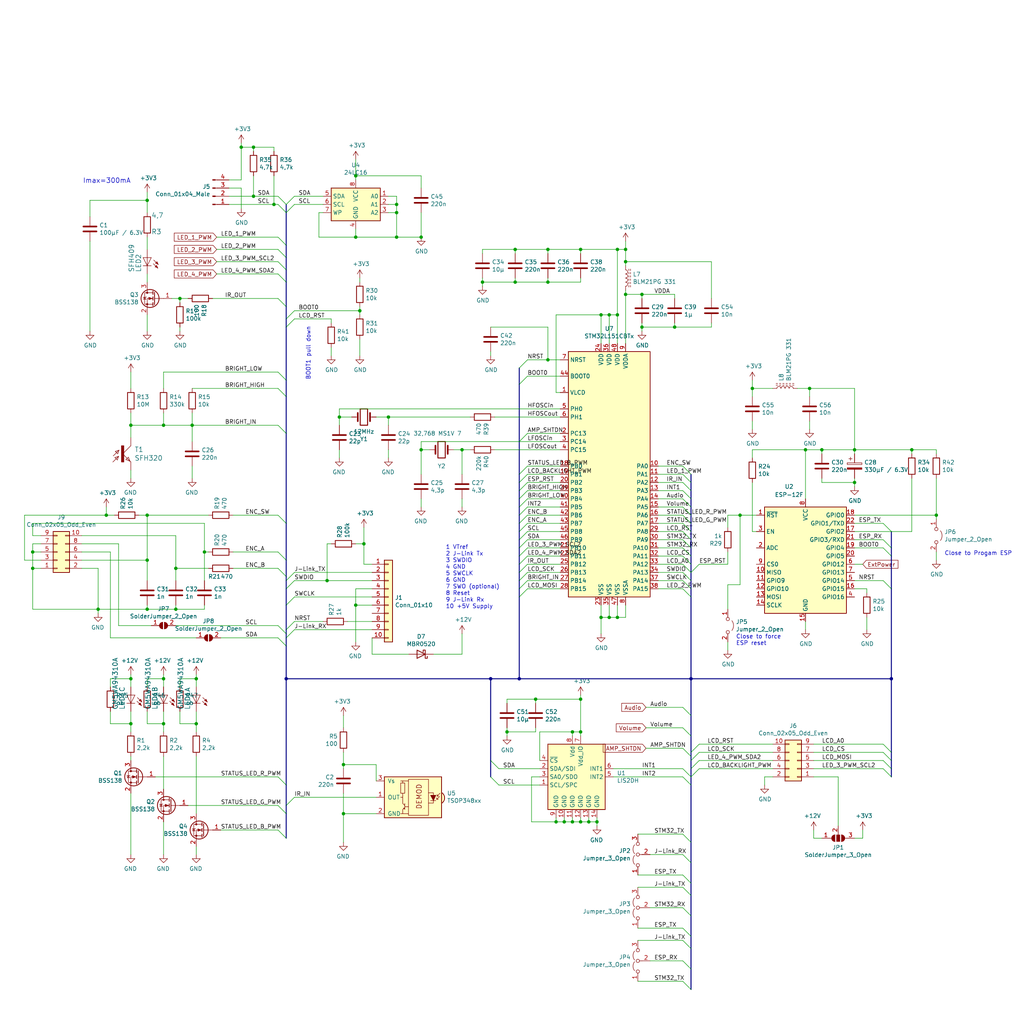
<source format=kicad_sch>
(kicad_sch (version 20230121) (generator eeschema)
  (paper "User" 318.084 315.874)
  (junction (at 55.88 92.71))
  (junction (at 186.69 97.79))
  (junction (at 130.81 73.66))
  (junction (at 120.65 129.54))
  (junction (at 283.21 139.7))
  (junction (at 182.88 255.27))
  (junction (at 50.8 132.08))
  (junction (at 180.34 77.47))
  (junction (at 180.34 255.27))
  (junction (at 180.34 227.33))
  (junction (at 149.86 87.63))
  (junction (at 54.61 189.23))
  (junction (at 191.77 77.47))
  (junction (at 45.72 62.23))
  (junction (at 250.19 139.7))
  (junction (at 209.55 101.6))
  (junction (at 166.37 217.17))
  (junction (at 191.77 97.79))
  (junction (at 59.69 132.08))
  (junction (at 85.09 63.5))
  (junction (at 194.31 91.44))
  (junction (at 199.39 91.44))
  (junction (at 214.63 210.82))
  (junction (at 170.18 77.47))
  (junction (at 30.48 189.23))
  (junction (at 78.74 60.96))
  (junction (at 185.42 255.27))
  (junction (at 60.96 224.79))
  (junction (at 50.8 224.79))
  (junction (at 229.87 160.02))
  (junction (at 45.72 160.02))
  (junction (at 10.16 176.53))
  (junction (at 199.39 101.6))
  (junction (at 143.51 139.7))
  (junction (at 265.43 149.86))
  (junction (at 161.29 210.82))
  (junction (at 88.9 210.82))
  (junction (at 123.19 63.5))
  (junction (at 180.34 217.17))
  (junction (at 130.81 139.7))
  (junction (at 40.64 224.79))
  (junction (at 175.26 255.27))
  (junction (at 194.31 77.47))
  (junction (at 45.72 189.23))
  (junction (at 111.76 96.52))
  (junction (at 177.8 227.33))
  (junction (at 123.19 66.04))
  (junction (at 276.86 210.82))
  (junction (at 50.8 210.82))
  (junction (at 189.23 97.79))
  (junction (at 170.18 87.63))
  (junction (at 290.83 160.02))
  (junction (at 63.5 171.45))
  (junction (at 74.93 45.72))
  (junction (at 233.68 120.65))
  (junction (at 160.02 87.63))
  (junction (at 106.68 237.49))
  (junction (at 172.72 255.27))
  (junction (at 40.64 210.82))
  (junction (at 160.02 77.47))
  (junction (at 101.6 180.34))
  (junction (at 123.19 73.66))
  (junction (at 110.49 54.61))
  (junction (at 33.02 160.02))
  (junction (at 78.74 45.72))
  (junction (at 60.96 210.82))
  (junction (at 177.8 255.27))
  (junction (at 170.18 111.76))
  (junction (at 106.68 252.73))
  (junction (at 157.48 227.33))
  (junction (at 265.43 139.7))
  (junction (at 189.23 191.77))
  (junction (at 251.46 120.65))
  (junction (at 194.31 81.28))
  (junction (at 105.41 129.54))
  (junction (at 113.03 168.91))
  (junction (at 10.16 171.45))
  (junction (at 110.49 187.96))
  (junction (at 54.61 176.53))
  (junction (at 40.64 132.08))
  (junction (at 186.69 191.77))
  (junction (at 45.72 173.99))
  (junction (at 110.49 73.66))
  (junction (at 255.27 139.7))
  (junction (at 191.77 191.77))
  (junction (at 152.4 210.82))
  (bus_entry (at 217.17 231.14) (size -2.54 2.54))
  (bus_entry (at 212.09 298.45) (size 2.54 2.54))
  (bus_entry (at 163.83 111.76) (size -2.54 2.54))
  (bus_entry (at 163.83 149.86) (size -2.54 2.54))
  (bus_entry (at 86.36 171.45) (size 2.54 2.54))
  (bus_entry (at 212.09 219.71) (size 2.54 2.54))
  (bus_entry (at 274.32 167.64) (size 2.54 2.54))
  (bus_entry (at 274.32 180.34) (size 2.54 2.54))
  (bus_entry (at 163.83 147.32) (size -2.54 2.54))
  (bus_entry (at 86.36 92.71) (size 2.54 2.54))
  (bus_entry (at 163.83 157.48) (size -2.54 2.54))
  (bus_entry (at 91.44 96.52) (size -2.54 2.54))
  (bus_entry (at 212.09 304.8) (size 2.54 2.54))
  (bus_entry (at 163.83 172.72) (size -2.54 2.54))
  (bus_entry (at 163.83 134.62) (size -2.54 2.54))
  (bus_entry (at 217.17 175.26) (size -2.54 2.54))
  (bus_entry (at 163.83 175.26) (size -2.54 2.54))
  (bus_entry (at 86.36 250.19) (size 2.54 2.54))
  (bus_entry (at 86.36 176.53) (size 2.54 2.54))
  (bus_entry (at 212.09 160.02) (size 2.54 2.54))
  (bus_entry (at 212.09 170.18) (size 2.54 2.54))
  (bus_entry (at 86.36 120.65) (size 2.54 2.54))
  (bus_entry (at 86.36 115.57) (size 2.54 2.54))
  (bus_entry (at 212.09 144.78) (size 2.54 2.54))
  (bus_entry (at 274.32 233.68) (size 2.54 2.54))
  (bus_entry (at 86.36 77.47) (size 2.54 2.54))
  (bus_entry (at 212.09 292.1) (size 2.54 2.54))
  (bus_entry (at 212.09 175.26) (size 2.54 2.54))
  (bus_entry (at 212.09 182.88) (size 2.54 2.54))
  (bus_entry (at 212.09 241.3) (size 2.54 2.54))
  (bus_entry (at 274.32 162.56) (size 2.54 2.54))
  (bus_entry (at 152.4 241.3) (size 2.54 2.54))
  (bus_entry (at 212.09 226.06) (size 2.54 2.54))
  (bus_entry (at 212.09 154.94) (size 2.54 2.54))
  (bus_entry (at 91.44 185.42) (size -2.54 2.54))
  (bus_entry (at 274.32 238.76) (size 2.54 2.54))
  (bus_entry (at 212.09 152.4) (size 2.54 2.54))
  (bus_entry (at 274.32 170.18) (size 2.54 2.54))
  (bus_entry (at 86.36 194.31) (size 2.54 2.54))
  (bus_entry (at 91.44 195.58) (size -2.54 2.54))
  (bus_entry (at 86.36 257.81) (size 2.54 2.54))
  (bus_entry (at 91.44 180.34) (size -2.54 2.54))
  (bus_entry (at 163.83 182.88) (size -2.54 2.54))
  (bus_entry (at 212.09 288.29) (size 2.54 2.54))
  (bus_entry (at 163.83 160.02) (size -2.54 2.54))
  (bus_entry (at 91.44 60.96) (size -2.54 2.54))
  (bus_entry (at 86.36 132.08) (size 2.54 2.54))
  (bus_entry (at 86.36 160.02) (size 2.54 2.54))
  (bus_entry (at 86.36 60.96) (size 2.54 2.54))
  (bus_entry (at 212.09 162.56) (size 2.54 2.54))
  (bus_entry (at 212.09 275.59) (size 2.54 2.54))
  (bus_entry (at 163.83 180.34) (size -2.54 2.54))
  (bus_entry (at 91.44 193.04) (size -2.54 2.54))
  (bus_entry (at 163.83 165.1) (size -2.54 2.54))
  (bus_entry (at 212.09 167.64) (size 2.54 2.54))
  (bus_entry (at 91.44 99.06) (size -2.54 2.54))
  (bus_entry (at 212.09 238.76) (size 2.54 2.54))
  (bus_entry (at 163.83 177.8) (size -2.54 2.54))
  (bus_entry (at 163.83 170.18) (size -2.54 2.54))
  (bus_entry (at 91.44 247.65) (size -2.54 2.54))
  (bus_entry (at 212.09 177.8) (size 2.54 2.54))
  (bus_entry (at 212.09 147.32) (size 2.54 2.54))
  (bus_entry (at 212.09 281.94) (size 2.54 2.54))
  (bus_entry (at 86.36 85.09) (size 2.54 2.54))
  (bus_entry (at 86.36 81.28) (size 2.54 2.54))
  (bus_entry (at 91.44 177.8) (size -2.54 2.54))
  (bus_entry (at 163.83 162.56) (size -2.54 2.54))
  (bus_entry (at 212.09 157.48) (size 2.54 2.54))
  (bus_entry (at 163.83 144.78) (size -2.54 2.54))
  (bus_entry (at 86.36 198.12) (size 2.54 2.54))
  (bus_entry (at 86.36 63.5) (size 2.54 2.54))
  (bus_entry (at 212.09 172.72) (size 2.54 2.54))
  (bus_entry (at 217.17 236.22) (size -2.54 2.54))
  (bus_entry (at 274.32 236.22) (size 2.54 2.54))
  (bus_entry (at 91.44 63.5) (size -2.54 2.54))
  (bus_entry (at 86.36 241.3) (size 2.54 2.54))
  (bus_entry (at 212.09 271.78) (size 2.54 2.54))
  (bus_entry (at 212.09 265.43) (size 2.54 2.54))
  (bus_entry (at 217.17 238.76) (size -2.54 2.54))
  (bus_entry (at 212.09 180.34) (size 2.54 2.54))
  (bus_entry (at 152.4 236.22) (size 2.54 2.54))
  (bus_entry (at 163.83 167.64) (size -2.54 2.54))
  (bus_entry (at 212.09 259.08) (size 2.54 2.54))
  (bus_entry (at 212.09 149.86) (size 2.54 2.54))
  (bus_entry (at 212.09 165.1) (size 2.54 2.54))
  (bus_entry (at 163.83 154.94) (size -2.54 2.54))
  (bus_entry (at 217.17 233.68) (size -2.54 2.54))
  (bus_entry (at 163.83 116.84) (size -2.54 2.54))
  (bus_entry (at 274.32 231.14) (size 2.54 2.54))
  (bus_entry (at 163.83 152.4) (size -2.54 2.54))
  (bus_entry (at 212.09 232.41) (size 2.54 2.54))
  (bus_entry (at 86.36 73.66) (size 2.54 2.54))
  (wire (pts (xy 265.43 165.1) (xy 276.86 165.1)))
  (bus (pts (xy 214.63 149.86) (xy 214.63 152.4)))
  (wire (pts (xy 60.96 227.33) (xy 60.96 224.79)))
  (wire (pts (xy 71.12 58.42) (xy 74.93 58.42)))
  (wire (pts (xy 189.23 191.77) (xy 186.69 191.77)))
  (wire (pts (xy 220.98 100.33) (xy 220.98 101.6)))
  (wire (pts (xy 172.72 255.27) (xy 175.26 255.27)))
  (wire (pts (xy 40.64 115.57) (xy 40.64 120.65)))
  (wire (pts (xy 45.72 160.02) (xy 64.77 160.02)))
  (wire (pts (xy 130.81 137.16) (xy 161.29 137.16)))
  (wire (pts (xy 165.1 255.27) (xy 172.72 255.27)))
  (wire (pts (xy 163.83 170.18) (xy 173.99 170.18)))
  (bus (pts (xy 214.63 147.32) (xy 214.63 149.86)))
  (bus (pts (xy 276.86 182.88) (xy 276.86 210.82)))
  (wire (pts (xy 201.93 281.94) (xy 212.09 281.94)))
  (bus (pts (xy 276.86 172.72) (xy 276.86 182.88)))
  (wire (pts (xy 290.83 173.99) (xy 290.83 171.45)))
  (wire (pts (xy 102.87 110.49) (xy 102.87 107.95)))
  (wire (pts (xy 10.16 176.53) (xy 10.16 189.23)))
  (wire (pts (xy 163.83 180.34) (xy 173.99 180.34)))
  (wire (pts (xy 60.96 234.95) (xy 60.96 252.73)))
  (wire (pts (xy 163.83 157.48) (xy 173.99 157.48)))
  (wire (pts (xy 170.18 86.36) (xy 170.18 87.63)))
  (wire (pts (xy 45.72 62.23) (xy 45.72 66.04)))
  (wire (pts (xy 60.96 210.82) (xy 60.96 209.55)))
  (wire (pts (xy 283.21 140.97) (xy 283.21 139.7)))
  (wire (pts (xy 45.72 224.79) (xy 45.72 220.98)))
  (wire (pts (xy 10.16 166.37) (xy 10.16 162.56)))
  (wire (pts (xy 143.51 157.48) (xy 143.51 154.94)))
  (wire (pts (xy 180.34 255.27) (xy 177.8 255.27)))
  (bus (pts (xy 88.9 252.73) (xy 88.9 260.35)))
  (bus (pts (xy 88.9 162.56) (xy 88.9 173.99)))
  (wire (pts (xy 45.72 210.82) (xy 50.8 210.82)))
  (wire (pts (xy 255.27 139.7) (xy 250.19 139.7)))
  (wire (pts (xy 180.34 217.17) (xy 180.34 227.33)))
  (wire (pts (xy 50.8 115.57) (xy 86.36 115.57)))
  (wire (pts (xy 71.12 55.88) (xy 74.93 55.88)))
  (wire (pts (xy 252.73 231.14) (xy 274.32 231.14)))
  (wire (pts (xy 86.36 198.12) (xy 68.58 198.12)))
  (wire (pts (xy 27.94 62.23) (xy 45.72 62.23)))
  (bus (pts (xy 214.63 160.02) (xy 214.63 162.56)))
  (wire (pts (xy 194.31 77.47) (xy 194.31 81.28)))
  (wire (pts (xy 123.19 73.66) (xy 130.81 73.66)))
  (wire (pts (xy 212.09 160.02) (xy 204.47 160.02)))
  (wire (pts (xy 191.77 77.47) (xy 194.31 77.47)))
  (wire (pts (xy 59.69 132.08) (xy 86.36 132.08)))
  (wire (pts (xy 157.48 226.06) (xy 157.48 227.33)))
  (wire (pts (xy 55.88 92.71) (xy 58.42 92.71)))
  (wire (pts (xy 167.64 227.33) (xy 177.8 227.33)))
  (wire (pts (xy 240.03 231.14) (xy 217.17 231.14)))
  (wire (pts (xy 120.65 129.54) (xy 146.05 129.54)))
  (bus (pts (xy 161.29 137.16) (xy 161.29 147.32)))
  (bus (pts (xy 88.9 179.07) (xy 88.9 180.34)))
  (wire (pts (xy 252.73 260.35) (xy 252.73 257.81)))
  (wire (pts (xy 170.18 87.63) (xy 160.02 87.63)))
  (bus (pts (xy 214.63 278.13) (xy 214.63 284.48)))
  (wire (pts (xy 166.37 217.17) (xy 180.34 217.17)))
  (wire (pts (xy 60.96 224.79) (xy 55.88 224.79)))
  (bus (pts (xy 214.63 172.72) (xy 214.63 175.26)))
  (wire (pts (xy 48.26 241.3) (xy 86.36 241.3)))
  (wire (pts (xy 102.87 168.91) (xy 101.6 168.91)))
  (bus (pts (xy 161.29 114.3) (xy 161.29 119.38)))
  (wire (pts (xy 212.09 275.59) (xy 198.12 275.59)))
  (wire (pts (xy 209.55 91.44) (xy 199.39 91.44)))
  (wire (pts (xy 102.87 99.06) (xy 91.44 99.06)))
  (wire (pts (xy 265.43 120.65) (xy 265.43 139.7)))
  (bus (pts (xy 88.9 118.11) (xy 88.9 123.19)))
  (wire (pts (xy 110.49 71.12) (xy 110.49 73.66)))
  (wire (pts (xy 99.06 66.04) (xy 99.06 73.66)))
  (wire (pts (xy 199.39 101.6) (xy 199.39 102.87)))
  (wire (pts (xy 226.06 163.83) (xy 226.06 160.02)))
  (wire (pts (xy 283.21 139.7) (xy 265.43 139.7)))
  (wire (pts (xy 100.33 193.04) (xy 91.44 193.04)))
  (wire (pts (xy 86.36 176.53) (xy 72.39 176.53)))
  (wire (pts (xy 12.7 176.53) (xy 10.16 176.53)))
  (wire (pts (xy 115.57 203.2) (xy 115.57 198.12)))
  (bus (pts (xy 88.9 210.82) (xy 152.4 210.82)))
  (wire (pts (xy 45.72 160.02) (xy 45.72 173.99)))
  (wire (pts (xy 290.83 160.02) (xy 290.83 161.29)))
  (wire (pts (xy 85.09 54.61) (xy 85.09 63.5)))
  (bus (pts (xy 88.9 83.82) (xy 88.9 87.63)))
  (wire (pts (xy 35.56 160.02) (xy 33.02 160.02)))
  (wire (pts (xy 204.47 154.94) (xy 212.09 154.94)))
  (wire (pts (xy 40.64 227.33) (xy 40.64 224.79)))
  (bus (pts (xy 161.29 185.42) (xy 161.29 210.82)))
  (wire (pts (xy 163.83 149.86) (xy 173.99 149.86)))
  (wire (pts (xy 212.09 288.29) (xy 198.12 288.29)))
  (wire (pts (xy 55.88 101.6) (xy 55.88 102.87)))
  (wire (pts (xy 59.69 148.59) (xy 59.69 144.78)))
  (wire (pts (xy 143.51 139.7) (xy 146.05 139.7)))
  (wire (pts (xy 72.39 171.45) (xy 86.36 171.45)))
  (bus (pts (xy 214.63 234.95) (xy 214.63 236.22)))
  (wire (pts (xy 54.61 176.53) (xy 54.61 166.37)))
  (wire (pts (xy 194.31 91.44) (xy 194.31 90.17)))
  (wire (pts (xy 163.83 160.02) (xy 173.99 160.02)))
  (wire (pts (xy 198.12 271.78) (xy 212.09 271.78)))
  (wire (pts (xy 185.42 255.27) (xy 182.88 255.27)))
  (wire (pts (xy 163.83 162.56) (xy 173.99 162.56)))
  (wire (pts (xy 212.09 226.06) (xy 200.66 226.06)))
  (wire (pts (xy 152.4 101.6) (xy 170.18 101.6)))
  (bus (pts (xy 161.29 147.32) (xy 161.29 149.86)))
  (wire (pts (xy 212.09 238.76) (xy 190.5 238.76)))
  (wire (pts (xy 130.81 58.42) (xy 130.81 54.61)))
  (wire (pts (xy 54.61 189.23) (xy 63.5 189.23)))
  (wire (pts (xy 182.88 255.27) (xy 180.34 255.27)))
  (bus (pts (xy 276.86 236.22) (xy 276.86 238.76)))
  (wire (pts (xy 204.47 165.1) (xy 212.09 165.1)))
  (wire (pts (xy 59.69 137.16) (xy 59.69 132.08)))
  (wire (pts (xy 290.83 139.7) (xy 283.21 139.7)))
  (wire (pts (xy 255.27 260.35) (xy 252.73 260.35)))
  (wire (pts (xy 74.93 55.88) (xy 74.93 45.72)))
  (bus (pts (xy 276.86 238.76) (xy 276.86 241.3)))
  (bus (pts (xy 88.9 195.58) (xy 88.9 196.85)))
  (wire (pts (xy 107.95 193.04) (xy 115.57 193.04)))
  (wire (pts (xy 40.64 234.95) (xy 40.64 236.22)))
  (wire (pts (xy 163.83 172.72) (xy 173.99 172.72)))
  (wire (pts (xy 212.09 265.43) (xy 201.93 265.43)))
  (wire (pts (xy 111.76 96.52) (xy 111.76 95.25)))
  (wire (pts (xy 110.49 168.91) (xy 113.03 168.91)))
  (wire (pts (xy 189.23 106.68) (xy 189.23 97.79)))
  (wire (pts (xy 116.84 252.73) (xy 106.68 252.73)))
  (bus (pts (xy 214.63 267.97) (xy 214.63 274.32)))
  (wire (pts (xy 165.1 241.3) (xy 165.1 255.27)))
  (wire (pts (xy 189.23 187.96) (xy 189.23 191.77)))
  (wire (pts (xy 25.4 176.53) (xy 30.48 176.53)))
  (wire (pts (xy 33.02 160.02) (xy 7.62 160.02)))
  (wire (pts (xy 160.02 87.63) (xy 149.86 87.63)))
  (wire (pts (xy 71.12 60.96) (xy 78.74 60.96)))
  (wire (pts (xy 59.69 132.08) (xy 50.8 132.08)))
  (bus (pts (xy 88.9 243.84) (xy 88.9 250.19)))
  (wire (pts (xy 166.37 226.06) (xy 166.37 227.33)))
  (wire (pts (xy 50.8 234.95) (xy 50.8 245.11)))
  (wire (pts (xy 212.09 147.32) (xy 204.47 147.32)))
  (wire (pts (xy 120.65 60.96) (xy 123.19 60.96)))
  (wire (pts (xy 55.88 210.82) (xy 60.96 210.82)))
  (wire (pts (xy 265.43 160.02) (xy 290.83 160.02)))
  (bus (pts (xy 88.9 250.19) (xy 88.9 252.73)))
  (wire (pts (xy 170.18 77.47) (xy 160.02 77.47)))
  (bus (pts (xy 214.63 210.82) (xy 214.63 222.25)))
  (wire (pts (xy 157.48 227.33) (xy 157.48 228.6)))
  (wire (pts (xy 204.47 175.26) (xy 212.09 175.26)))
  (wire (pts (xy 265.43 260.35) (xy 267.97 260.35)))
  (wire (pts (xy 86.36 85.09) (xy 67.31 85.09)))
  (bus (pts (xy 161.29 119.38) (xy 161.29 137.16)))
  (bus (pts (xy 161.29 154.94) (xy 161.29 157.48)))
  (wire (pts (xy 12.7 171.45) (xy 10.16 171.45)))
  (wire (pts (xy 45.72 87.63) (xy 45.72 85.09)))
  (wire (pts (xy 177.8 255.27) (xy 175.26 255.27)))
  (wire (pts (xy 217.17 233.68) (xy 240.03 233.68)))
  (wire (pts (xy 149.86 77.47) (xy 149.86 78.74)))
  (wire (pts (xy 91.44 177.8) (xy 115.57 177.8)))
  (wire (pts (xy 7.62 173.99) (xy 12.7 173.99)))
  (wire (pts (xy 40.64 246.38) (xy 40.64 265.43)))
  (wire (pts (xy 68.58 257.81) (xy 86.36 257.81)))
  (bus (pts (xy 88.9 182.88) (xy 88.9 187.96)))
  (wire (pts (xy 54.61 166.37) (xy 25.4 166.37)))
  (wire (pts (xy 290.83 140.97) (xy 290.83 139.7)))
  (bus (pts (xy 88.9 173.99) (xy 88.9 179.07)))
  (wire (pts (xy 194.31 74.93) (xy 194.31 77.47)))
  (wire (pts (xy 60.96 224.79) (xy 60.96 220.98)))
  (wire (pts (xy 45.72 187.96) (xy 45.72 189.23)))
  (wire (pts (xy 220.98 101.6) (xy 209.55 101.6)))
  (wire (pts (xy 7.62 160.02) (xy 7.62 173.99)))
  (wire (pts (xy 100.33 66.04) (xy 99.06 66.04)))
  (wire (pts (xy 204.47 152.4) (xy 212.09 152.4)))
  (wire (pts (xy 226.06 181.61) (xy 226.06 189.23)))
  (wire (pts (xy 226.06 201.93) (xy 226.06 199.39)))
  (wire (pts (xy 106.68 252.73) (xy 106.68 261.62)))
  (wire (pts (xy 110.49 182.88) (xy 110.49 187.96)))
  (wire (pts (xy 110.49 73.66) (xy 123.19 73.66)))
  (wire (pts (xy 30.48 176.53) (xy 30.48 189.23)))
  (wire (pts (xy 191.77 187.96) (xy 191.77 191.77)))
  (wire (pts (xy 255.27 148.59) (xy 255.27 149.86)))
  (wire (pts (xy 166.37 227.33) (xy 157.48 227.33)))
  (wire (pts (xy 226.06 175.26) (xy 217.17 175.26)))
  (bus (pts (xy 214.63 294.64) (xy 214.63 300.99)))
  (wire (pts (xy 45.72 73.66) (xy 45.72 77.47)))
  (wire (pts (xy 173.99 134.62) (xy 163.83 134.62)))
  (wire (pts (xy 204.47 157.48) (xy 212.09 157.48)))
  (wire (pts (xy 163.83 116.84) (xy 173.99 116.84)))
  (bus (pts (xy 276.86 165.1) (xy 276.86 170.18)))
  (bus (pts (xy 88.9 76.2) (xy 88.9 80.01)))
  (wire (pts (xy 115.57 182.88) (xy 110.49 182.88)))
  (bus (pts (xy 214.63 165.1) (xy 214.63 167.64)))
  (wire (pts (xy 110.49 55.88) (xy 110.49 54.61)))
  (wire (pts (xy 50.8 209.55) (xy 50.8 210.82)))
  (wire (pts (xy 113.03 175.26) (xy 113.03 168.91)))
  (wire (pts (xy 109.22 129.54) (xy 105.41 129.54)))
  (bus (pts (xy 214.63 290.83) (xy 214.63 294.64)))
  (bus (pts (xy 214.63 175.26) (xy 214.63 177.8)))
  (wire (pts (xy 163.83 165.1) (xy 173.99 165.1)))
  (wire (pts (xy 105.41 127) (xy 105.41 129.54)))
  (bus (pts (xy 276.86 170.18) (xy 276.86 172.72)))
  (wire (pts (xy 160.02 86.36) (xy 160.02 87.63)))
  (bus (pts (xy 214.63 274.32) (xy 214.63 278.13)))
  (wire (pts (xy 167.64 241.3) (xy 165.1 241.3)))
  (bus (pts (xy 161.29 210.82) (xy 214.63 210.82)))
  (bus (pts (xy 152.4 236.22) (xy 152.4 241.3)))
  (wire (pts (xy 40.64 135.89) (xy 40.64 132.08)))
  (wire (pts (xy 130.81 66.04) (xy 130.81 73.66)))
  (wire (pts (xy 36.83 194.31) (xy 46.99 194.31)))
  (wire (pts (xy 233.68 139.7) (xy 250.19 139.7)))
  (wire (pts (xy 237.49 241.3) (xy 237.49 243.84)))
  (bus (pts (xy 214.63 300.99) (xy 214.63 307.34)))
  (wire (pts (xy 177.8 227.33) (xy 180.34 227.33)))
  (bus (pts (xy 161.29 165.1) (xy 161.29 167.64)))
  (wire (pts (xy 217.17 238.76) (xy 240.03 238.76)))
  (wire (pts (xy 252.73 236.22) (xy 274.32 236.22)))
  (wire (pts (xy 229.87 181.61) (xy 226.06 181.61)))
  (wire (pts (xy 166.37 218.44) (xy 166.37 217.17)))
  (wire (pts (xy 265.43 139.7) (xy 255.27 139.7)))
  (wire (pts (xy 67.31 73.66) (xy 86.36 73.66)))
  (wire (pts (xy 251.46 130.81) (xy 251.46 133.35)))
  (wire (pts (xy 194.31 106.68) (xy 194.31 91.44)))
  (wire (pts (xy 204.47 180.34) (xy 212.09 180.34)))
  (wire (pts (xy 111.76 87.63) (xy 111.76 86.36)))
  (bus (pts (xy 161.29 160.02) (xy 161.29 162.56)))
  (wire (pts (xy 189.23 97.79) (xy 191.77 97.79)))
  (wire (pts (xy 204.47 177.8) (xy 212.09 177.8)))
  (wire (pts (xy 40.64 210.82) (xy 40.64 209.55)))
  (wire (pts (xy 63.5 162.56) (xy 63.5 171.45)))
  (wire (pts (xy 170.18 78.74) (xy 170.18 77.47)))
  (wire (pts (xy 59.69 120.65) (xy 86.36 120.65)))
  (wire (pts (xy 209.55 92.71) (xy 209.55 91.44)))
  (wire (pts (xy 115.57 175.26) (xy 113.03 175.26)))
  (wire (pts (xy 247.65 120.65) (xy 251.46 120.65)))
  (wire (pts (xy 153.67 129.54) (xy 173.99 129.54)))
  (wire (pts (xy 111.76 110.49) (xy 111.76 105.41)))
  (wire (pts (xy 204.47 170.18) (xy 212.09 170.18)))
  (wire (pts (xy 116.84 237.49) (xy 106.68 237.49)))
  (wire (pts (xy 115.57 195.58) (xy 91.44 195.58)))
  (wire (pts (xy 120.65 129.54) (xy 120.65 132.08)))
  (wire (pts (xy 85.09 45.72) (xy 85.09 46.99)))
  (wire (pts (xy 180.34 254) (xy 180.34 255.27)))
  (wire (pts (xy 54.61 180.34) (xy 54.61 176.53)))
  (wire (pts (xy 10.16 168.91) (xy 10.16 171.45)))
  (wire (pts (xy 186.69 97.79) (xy 172.72 97.79)))
  (wire (pts (xy 265.43 149.86) (xy 265.43 151.13)))
  (bus (pts (xy 161.29 180.34) (xy 161.29 182.88)))
  (wire (pts (xy 269.24 184.15) (xy 269.24 182.88)))
  (wire (pts (xy 204.47 167.64) (xy 212.09 167.64)))
  (wire (pts (xy 55.88 213.36) (xy 55.88 210.82)))
  (wire (pts (xy 175.26 254) (xy 175.26 255.27)))
  (bus (pts (xy 88.9 180.34) (xy 88.9 182.88)))
  (wire (pts (xy 71.12 63.5) (xy 85.09 63.5)))
  (wire (pts (xy 59.69 132.08) (xy 59.69 128.27)))
  (wire (pts (xy 60.96 265.43) (xy 60.96 262.89)))
  (wire (pts (xy 160.02 78.74) (xy 160.02 77.47)))
  (wire (pts (xy 198.12 259.08) (xy 212.09 259.08)))
  (wire (pts (xy 66.04 92.71) (xy 86.36 92.71)))
  (wire (pts (xy 10.16 171.45) (xy 10.16 176.53)))
  (wire (pts (xy 250.19 139.7) (xy 250.19 154.94)))
  (wire (pts (xy 25.4 168.91) (xy 36.83 168.91)))
  (bus (pts (xy 214.63 210.82) (xy 276.86 210.82)))
  (bus (pts (xy 214.63 243.84) (xy 214.63 261.62)))
  (wire (pts (xy 123.19 60.96) (xy 123.19 63.5)))
  (wire (pts (xy 50.8 224.79) (xy 45.72 224.79)))
  (bus (pts (xy 214.63 233.68) (xy 214.63 234.95)))
  (wire (pts (xy 50.8 132.08) (xy 40.64 132.08)))
  (wire (pts (xy 180.34 215.9) (xy 180.34 217.17)))
  (bus (pts (xy 161.29 172.72) (xy 161.29 175.26)))
  (wire (pts (xy 55.88 224.79) (xy 55.88 220.98)))
  (wire (pts (xy 105.41 142.24) (xy 105.41 139.7)))
  (wire (pts (xy 27.94 74.93) (xy 27.94 102.87)))
  (wire (pts (xy 163.83 152.4) (xy 173.99 152.4)))
  (wire (pts (xy 120.65 63.5) (xy 123.19 63.5)))
  (wire (pts (xy 185.42 256.54) (xy 185.42 255.27)))
  (wire (pts (xy 45.72 173.99) (xy 45.72 180.34)))
  (bus (pts (xy 88.9 101.6) (xy 88.9 118.11)))
  (bus (pts (xy 214.63 236.22) (xy 214.63 238.76)))
  (wire (pts (xy 200.66 219.71) (xy 212.09 219.71)))
  (wire (pts (xy 58.42 250.19) (xy 86.36 250.19)))
  (bus (pts (xy 88.9 123.19) (xy 88.9 134.62)))
  (wire (pts (xy 40.64 148.59) (xy 40.64 146.05)))
  (bus (pts (xy 214.63 241.3) (xy 214.63 243.84)))
  (wire (pts (xy 233.68 165.1) (xy 234.95 165.1)))
  (bus (pts (xy 161.29 149.86) (xy 161.29 152.4)))
  (wire (pts (xy 86.36 77.47) (xy 67.31 77.47)))
  (wire (pts (xy 172.72 255.27) (xy 172.72 254)))
  (wire (pts (xy 290.83 160.02) (xy 290.83 148.59)))
  (wire (pts (xy 252.73 241.3) (xy 260.35 241.3)))
  (wire (pts (xy 199.39 100.33) (xy 199.39 101.6)))
  (wire (pts (xy 274.32 162.56) (xy 265.43 162.56)))
  (wire (pts (xy 78.74 45.72) (xy 85.09 45.72)))
  (wire (pts (xy 180.34 86.36) (xy 180.34 87.63)))
  (wire (pts (xy 167.64 236.22) (xy 167.64 227.33)))
  (bus (pts (xy 214.63 157.48) (xy 214.63 160.02)))
  (wire (pts (xy 226.06 160.02) (xy 229.87 160.02)))
  (wire (pts (xy 163.83 154.94) (xy 173.99 154.94)))
  (wire (pts (xy 163.83 177.8) (xy 173.99 177.8)))
  (wire (pts (xy 240.03 236.22) (xy 217.17 236.22)))
  (wire (pts (xy 204.47 162.56) (xy 212.09 162.56)))
  (bus (pts (xy 214.63 152.4) (xy 214.63 154.94)))
  (wire (pts (xy 43.18 160.02) (xy 45.72 160.02)))
  (wire (pts (xy 64.77 176.53) (xy 54.61 176.53)))
  (bus (pts (xy 88.9 63.5) (xy 88.9 66.04)))
  (wire (pts (xy 36.83 168.91) (xy 36.83 194.31)))
  (wire (pts (xy 265.43 140.97) (xy 265.43 139.7)))
  (wire (pts (xy 163.83 147.32) (xy 173.99 147.32)))
  (wire (pts (xy 163.83 167.64) (xy 173.99 167.64)))
  (wire (pts (xy 180.34 227.33) (xy 180.34 228.6)))
  (wire (pts (xy 120.65 66.04) (xy 123.19 66.04)))
  (wire (pts (xy 149.86 87.63) (xy 149.86 86.36)))
  (wire (pts (xy 198.12 304.8) (xy 212.09 304.8)))
  (bus (pts (xy 88.9 87.63) (xy 88.9 95.25)))
  (wire (pts (xy 233.68 130.81) (xy 233.68 133.35)))
  (wire (pts (xy 105.41 127) (xy 173.99 127)))
  (wire (pts (xy 199.39 91.44) (xy 199.39 92.71)))
  (wire (pts (xy 99.06 73.66) (xy 110.49 73.66)))
  (wire (pts (xy 186.69 97.79) (xy 189.23 97.79)))
  (bus (pts (xy 88.9 99.06) (xy 88.9 101.6)))
  (wire (pts (xy 116.84 129.54) (xy 120.65 129.54)))
  (wire (pts (xy 260.35 241.3) (xy 260.35 256.54)))
  (bus (pts (xy 214.63 222.25) (xy 214.63 228.6)))
  (bus (pts (xy 214.63 154.94) (xy 214.63 157.48)))
  (wire (pts (xy 274.32 180.34) (xy 265.43 180.34)))
  (wire (pts (xy 130.81 137.16) (xy 130.81 139.7)))
  (wire (pts (xy 265.43 148.59) (xy 265.43 149.86)))
  (wire (pts (xy 161.29 137.16) (xy 173.99 137.16)))
  (wire (pts (xy 130.81 54.61) (xy 110.49 54.61)))
  (wire (pts (xy 101.6 180.34) (xy 115.57 180.34)))
  (wire (pts (xy 163.83 144.78) (xy 173.99 144.78)))
  (wire (pts (xy 134.62 203.2) (xy 143.51 203.2)))
  (wire (pts (xy 123.19 66.04) (xy 123.19 73.66)))
  (wire (pts (xy 265.43 175.26) (xy 267.97 175.26)))
  (bus (pts (xy 214.63 238.76) (xy 214.63 241.3)))
  (bus (pts (xy 214.63 162.56) (xy 214.63 165.1)))
  (wire (pts (xy 276.86 165.1) (xy 283.21 165.1)))
  (wire (pts (xy 199.39 91.44) (xy 194.31 91.44)))
  (wire (pts (xy 116.84 247.65) (xy 91.44 247.65)))
  (wire (pts (xy 34.29 213.36) (xy 34.29 210.82)))
  (wire (pts (xy 204.47 149.86) (xy 212.09 149.86)))
  (bus (pts (xy 161.29 177.8) (xy 161.29 180.34)))
  (wire (pts (xy 173.99 121.92) (xy 172.72 121.92)))
  (wire (pts (xy 55.88 93.98) (xy 55.88 92.71)))
  (bus (pts (xy 161.29 152.4) (xy 161.29 154.94)))
  (bus (pts (xy 88.9 210.82) (xy 88.9 243.84)))
  (wire (pts (xy 50.8 128.27) (xy 50.8 132.08)))
  (wire (pts (xy 85.09 63.5) (xy 86.36 63.5)))
  (bus (pts (xy 88.9 80.01) (xy 88.9 83.82)))
  (wire (pts (xy 50.8 210.82) (xy 50.8 213.36)))
  (bus (pts (xy 161.29 175.26) (xy 161.29 177.8)))
  (wire (pts (xy 53.34 92.71) (xy 55.88 92.71)))
  (wire (pts (xy 10.16 189.23) (xy 30.48 189.23)))
  (wire (pts (xy 194.31 187.96) (xy 194.31 191.77)))
  (wire (pts (xy 74.93 45.72) (xy 74.93 44.45)))
  (wire (pts (xy 182.88 254) (xy 182.88 255.27)))
  (wire (pts (xy 110.49 54.61) (xy 110.49 49.53)))
  (wire (pts (xy 157.48 217.17) (xy 166.37 217.17)))
  (wire (pts (xy 170.18 101.6) (xy 170.18 111.76)))
  (bus (pts (xy 214.63 284.48) (xy 214.63 290.83)))
  (bus (pts (xy 161.29 167.64) (xy 161.29 170.18)))
  (wire (pts (xy 209.55 101.6) (xy 199.39 101.6)))
  (wire (pts (xy 91.44 60.96) (xy 100.33 60.96)))
  (bus (pts (xy 214.63 261.62) (xy 214.63 267.97)))
  (wire (pts (xy 50.8 265.43) (xy 50.8 255.27)))
  (wire (pts (xy 123.19 63.5) (xy 123.19 66.04)))
  (wire (pts (xy 190.5 241.3) (xy 212.09 241.3)))
  (wire (pts (xy 133.35 139.7) (xy 130.81 139.7)))
  (wire (pts (xy 198.12 292.1) (xy 212.09 292.1)))
  (wire (pts (xy 115.57 187.96) (xy 110.49 187.96)))
  (wire (pts (xy 113.03 168.91) (xy 113.03 163.83)))
  (bus (pts (xy 88.9 134.62) (xy 88.9 162.56)))
  (wire (pts (xy 274.32 233.68) (xy 252.73 233.68)))
  (bus (pts (xy 161.29 182.88) (xy 161.29 185.42)))
  (wire (pts (xy 34.29 171.45) (xy 25.4 171.45)))
  (wire (pts (xy 233.68 142.24) (xy 233.68 139.7)))
  (wire (pts (xy 50.8 224.79) (xy 50.8 227.33)))
  (wire (pts (xy 106.68 237.49) (xy 106.68 238.76)))
  (wire (pts (xy 40.64 213.36) (xy 40.64 210.82)))
  (bus (pts (xy 276.86 233.68) (xy 276.86 236.22)))
  (wire (pts (xy 204.47 182.88) (xy 212.09 182.88)))
  (wire (pts (xy 153.67 139.7) (xy 173.99 139.7)))
  (bus (pts (xy 214.63 167.64) (xy 214.63 170.18)))
  (wire (pts (xy 240.03 120.65) (xy 233.68 120.65)))
  (bus (pts (xy 152.4 210.82) (xy 161.29 210.82)))
  (bus (pts (xy 214.63 185.42) (xy 214.63 210.82)))
  (wire (pts (xy 40.64 224.79) (xy 40.64 220.98)))
  (wire (pts (xy 180.34 87.63) (xy 170.18 87.63)))
  (bus (pts (xy 161.29 170.18) (xy 161.29 172.72)))
  (wire (pts (xy 102.87 100.33) (xy 102.87 99.06)))
  (wire (pts (xy 154.94 243.84) (xy 167.64 243.84)))
  (wire (pts (xy 45.72 62.23) (xy 45.72 59.69)))
  (wire (pts (xy 191.77 97.79) (xy 191.77 77.47)))
  (wire (pts (xy 63.5 180.34) (xy 63.5 171.45)))
  (wire (pts (xy 143.51 139.7) (xy 143.51 147.32)))
  (wire (pts (xy 194.31 191.77) (xy 191.77 191.77)))
  (wire (pts (xy 267.97 260.35) (xy 267.97 257.81)))
  (bus (pts (xy 276.86 210.82) (xy 276.86 233.68)))
  (wire (pts (xy 229.87 160.02) (xy 229.87 181.61)))
  (wire (pts (xy 212.09 232.41) (xy 200.66 232.41)))
  (wire (pts (xy 204.47 172.72) (xy 212.09 172.72)))
  (wire (pts (xy 45.72 213.36) (xy 45.72 210.82)))
  (bus (pts (xy 88.9 95.25) (xy 88.9 99.06)))
  (wire (pts (xy 255.27 149.86) (xy 265.43 149.86)))
  (wire (pts (xy 233.68 149.86) (xy 233.68 165.1)))
  (wire (pts (xy 180.34 77.47) (xy 170.18 77.47)))
  (wire (pts (xy 265.43 167.64) (xy 274.32 167.64)))
  (wire (pts (xy 106.68 226.06) (xy 106.68 222.25)))
  (wire (pts (xy 45.72 189.23) (xy 30.48 189.23)))
  (wire (pts (xy 172.72 97.79) (xy 172.72 121.92)))
  (wire (pts (xy 54.61 189.23) (xy 45.72 189.23)))
  (wire (pts (xy 34.29 210.82) (xy 40.64 210.82)))
  (bus (pts (xy 161.29 157.48) (xy 161.29 160.02)))
  (bus (pts (xy 161.29 162.56) (xy 161.29 165.1)))
  (wire (pts (xy 130.81 157.48) (xy 130.81 154.94)))
  (wire (pts (xy 251.46 123.19) (xy 251.46 120.65)))
  (bus (pts (xy 88.9 187.96) (xy 88.9 195.58)))
  (wire (pts (xy 33.02 160.02) (xy 33.02 157.48)))
  (bus (pts (xy 214.63 182.88) (xy 214.63 185.42)))
  (wire (pts (xy 34.29 224.79) (xy 34.29 220.98)))
  (wire (pts (xy 209.55 100.33) (xy 209.55 101.6)))
  (wire (pts (xy 191.77 191.77) (xy 189.23 191.77)))
  (wire (pts (xy 105.41 129.54) (xy 105.41 132.08)))
  (wire (pts (xy 143.51 139.7) (xy 140.97 139.7)))
  (wire (pts (xy 106.68 246.38) (xy 106.68 252.73)))
  (wire (pts (xy 143.51 203.2) (xy 143.51 196.85)))
  (wire (pts (xy 27.94 67.31) (xy 27.94 62.23)))
  (wire (pts (xy 101.6 168.91) (xy 101.6 180.34)))
  (wire (pts (xy 40.64 224.79) (xy 34.29 224.79)))
  (wire (pts (xy 240.03 241.3) (xy 237.49 241.3)))
  (wire (pts (xy 74.93 58.42) (xy 74.93 64.77)))
  (wire (pts (xy 180.34 77.47) (xy 180.34 78.74)))
  (wire (pts (xy 54.61 194.31) (xy 86.36 194.31)))
  (wire (pts (xy 220.98 81.28) (xy 194.31 81.28)))
  (wire (pts (xy 63.5 171.45) (xy 64.77 171.45)))
  (wire (pts (xy 60.96 198.12) (xy 34.29 198.12)))
  (wire (pts (xy 78.74 60.96) (xy 86.36 60.96)))
  (wire (pts (xy 116.84 242.57) (xy 116.84 237.49)))
  (wire (pts (xy 201.93 298.45) (xy 212.09 298.45)))
  (wire (pts (xy 170.18 111.76) (xy 173.99 111.76)))
  (wire (pts (xy 226.06 171.45) (xy 226.06 175.26)))
  (wire (pts (xy 130.81 139.7) (xy 130.81 147.32)))
  (bus (pts (xy 88.9 66.04) (xy 88.9 76.2)))
  (wire (pts (xy 72.39 160.02) (xy 86.36 160.02)))
  (bus (pts (xy 214.63 180.34) (xy 214.63 182.88)))
  (wire (pts (xy 91.44 96.52) (xy 111.76 96.52)))
  (wire (pts (xy 250.19 193.04) (xy 250.19 195.58)))
  (wire (pts (xy 163.83 175.26) (xy 173.99 175.26)))
  (wire (pts (xy 78.74 54.61) (xy 78.74 60.96)))
  (wire (pts (xy 163.83 182.88) (xy 173.99 182.88)))
  (wire (pts (xy 283.21 148.59) (xy 283.21 165.1)))
  (wire (pts (xy 54.61 187.96) (xy 54.61 189.23)))
  (wire (pts (xy 163.83 111.76) (xy 170.18 111.76)))
  (bus (pts (xy 152.4 210.82) (xy 152.4 236.22)))
  (wire (pts (xy 111.76 97.79) (xy 111.76 96.52)))
  (wire (pts (xy 149.86 88.9) (xy 149.86 87.63)))
  (wire (pts (xy 185.42 254) (xy 185.42 255.27)))
  (wire (pts (xy 180.34 77.47) (xy 191.77 77.47)))
  (wire (pts (xy 194.31 81.28) (xy 194.31 82.55)))
  (wire (pts (xy 50.8 220.98) (xy 50.8 224.79)))
  (wire (pts (xy 30.48 189.23) (xy 30.48 190.5)))
  (wire (pts (xy 110.49 187.96) (xy 110.49 199.39)))
  (wire (pts (xy 50.8 115.57) (xy 50.8 120.65)))
  (wire (pts (xy 152.4 109.22) (xy 152.4 110.49)))
  (wire (pts (xy 100.33 63.5) (xy 91.44 63.5)))
  (bus (pts (xy 88.9 196.85) (xy 88.9 198.12)))
  (wire (pts (xy 177.8 228.6) (xy 177.8 227.33)))
  (bus (pts (xy 88.9 200.66) (xy 88.9 210.82)))
  (wire (pts (xy 233.68 123.19) (xy 233.68 120.65)))
  (wire (pts (xy 160.02 77.47) (xy 149.86 77.47)))
  (wire (pts (xy 45.72 97.79) (xy 45.72 102.87)))
  (wire (pts (xy 269.24 195.58) (xy 269.24 191.77)))
  (wire (pts (xy 78.74 46.99) (xy 78.74 45.72)))
  (wire (pts (xy 74.93 45.72) (xy 78.74 45.72)))
  (wire (pts (xy 67.31 81.28) (xy 86.36 81.28)))
  (wire (pts (xy 186.69 196.85) (xy 186.69 191.77)))
  (wire (pts (xy 40.64 132.08) (xy 40.64 128.27)))
  (wire (pts (xy 220.98 92.71) (xy 220.98 81.28)))
  (wire (pts (xy 12.7 166.37) (xy 10.16 166.37)))
  (wire (pts (xy 251.46 120.65) (xy 265.43 120.65)))
  (wire (pts (xy 157.48 218.44) (xy 157.48 217.17)))
  (bus (pts (xy 214.63 177.8) (xy 214.63 180.34)))
  (wire (pts (xy 191.77 106.68) (xy 191.77 97.79)))
  (wire (pts (xy 265.43 182.88) (xy 269.24 182.88)))
  (wire (pts (xy 115.57 203.2) (xy 127 203.2)))
  (wire (pts (xy 63.5 187.96) (xy 63.5 189.23)))
  (wire (pts (xy 204.47 144.78) (xy 212.09 144.78)))
  (wire (pts (xy 229.87 160.02) (xy 234.95 160.02)))
  (bus (pts (xy 214.63 228.6) (xy 214.63 233.68)))
  (wire (pts (xy 274.32 238.76) (xy 252.73 238.76)))
  (wire (pts (xy 186.69 191.77) (xy 186.69 187.96)))
  (bus (pts (xy 88.9 198.12) (xy 88.9 200.66)))
  (bus (pts (xy 214.63 170.18) (xy 214.63 172.72)))
  (wire (pts (xy 12.7 168.91) (xy 10.16 168.91)))
  (wire (pts (xy 115.57 185.42) (xy 91.44 185.42)))
  (wire (pts (xy 120.65 142.24) (xy 120.65 139.7)))
  (wire (pts (xy 186.69 106.68) (xy 186.69 97.79)))
  (wire (pts (xy 274.32 170.18) (xy 265.43 170.18)))
  (wire (pts (xy 91.44 180.34) (xy 101.6 180.34)))
  (wire (pts (xy 10.16 162.56) (xy 63.5 162.56)))
  (wire (pts (xy 34.29 198.12) (xy 34.29 171.45)))
  (wire (pts (xy 233.68 120.65) (xy 233.68 118.11)))
  (wire (pts (xy 25.4 173.99) (xy 45.72 173.99)))
  (wire (pts (xy 167.64 238.76) (xy 154.94 238.76)))
  (wire (pts (xy 60.96 213.36) (xy 60.96 210.82)))
  (wire (pts (xy 255.27 140.97) (xy 255.27 139.7)))
  (wire (pts (xy 106.68 233.68) (xy 106.68 237.49)))
  (wire (pts (xy 177.8 254) (xy 177.8 255.27)))
  (text "BOOT1 pull down" (at 96.52 118.11 90) (effects (font (size 1.27 1.27)) (justify left bottom)))
  (text "1 VTref\n2 J-Link Tx\n3 SWDIO\n4 GND\n5 SWCLK\n6 GND\n7 SWO (optional)\n8 Reset\n9 J-Link Rx\n10 +5V Supply" (at 138.43 189.23 0) (effects (font (size 1.27 1.27)) (justify left bottom)))
  (text "Close to Progam ESP" (at 293.37 172.72 0) (effects (font (size 1.27 1.27)) (justify left bottom)))
  (text "Imax=300mA" (at 40.64 57.15 0) (effects (font (size 1.4986 1.4986)) (justify right bottom)))
  (text "Close to force\nESP reset" (at 228.6 200.66 0) (effects (font (size 1.27 1.27)) (justify left bottom)))
  (label "LED_4_PWM_SDA2" (at 163.83 172.72 0))
  (label "LFOSCin" (at 163.83 137.16 0))
  (label "ENC_SW" (at 207.01 144.78 0))
  (label "ESP_TX" (at 203.2 288.29 0))
  (label "LED_2_PWM" (at 207.01 182.88 0))
  (label "IR_OUT" (at 163.83 175.26 0))
  (label "SWCLK" (at 207.01 180.34 0))
  (label "SDA" (at 92.71 60.96 0))
  (label "SDA" (at 80.01 60.96 0))
  (label "LCD_BACKLIGHT_PWM" (at 219.71 238.76 0))
  (label "Volume" (at 201.93 226.06 0))
  (label "LCD_MOSI" (at 255.27 236.22 0))
  (label "STATUS_LED_G_PWM" (at 207.01 162.56 0))
  (label "LCD_SCK" (at 163.83 177.8 0))
  (label "STATUS_LED_B_PWM" (at 163.83 144.78 0))
  (label "BRIGHT_LOW" (at 163.83 154.94 0))
  (label "INT1" (at 207.01 152.4 0))
  (label "NRST" (at 163.83 111.76 0))
  (label "IR_IN" (at 207.01 149.86 0))
  (label "LCD_CS" (at 255.27 233.68 0))
  (label "BRIGHT_IN" (at 163.83 180.34 0))
  (label "Volume" (at 207.01 157.48 0))
  (label "ESP_RX" (at 266.7 167.64 0))
  (label "SCL" (at 92.71 63.5 0))
  (label "IR_IN" (at 91.44 247.65 0))
  (label "ESP_TX" (at 266.7 162.56 0))
  (label "BRIGHT_HIGH" (at 163.83 152.4 0))
  (label "SDA" (at 163.83 167.64 0))
  (label "BOOT0" (at 92.71 96.52 0))
  (label "LCD_RST" (at 92.71 99.06 0))
  (label "LED_2_PWM" (at 68.58 77.47 0))
  (label "ENC_A" (at 76.2 171.45 0))
  (label "STM32_RX" (at 203.2 281.94 0))
  (label "LCD_BACKLIGHT_PWM" (at 163.83 147.32 0))
  (label "SCL" (at 163.83 165.1 0))
  (label "HFOSCout" (at 163.83 129.54 0))
  (label "J-Link_TX" (at 203.2 275.59 0))
  (label "VDDA" (at 203.2 91.44 0))
  (label "LED_3_PWM_SCL2" (at 255.27 238.76 0))
  (label "ENC_B" (at 163.83 160.02 0))
  (label "ENC_B" (at 76.2 176.53 0))
  (label "SCL" (at 80.01 63.5 0))
  (label "LED_1_PWM" (at 207.01 147.32 0))
  (label "STATUS_LED_G_PWM" (at 68.58 250.19 0))
  (label "SCL" (at 76.2 194.31 0))
  (label "ENC_SW" (at 76.2 160.02 0))
  (label "SWDIO" (at 207.01 177.8 0))
  (label "INT2" (at 163.83 157.48 0))
  (label "NRST" (at 91.44 193.04 0))
  (label "BRIGHT_LOW" (at 69.85 115.57 0))
  (label "BOOT0" (at 163.83 116.84 0))
  (label "LCD_SCK" (at 219.71 233.68 0))
  (label "BRIGHT_IN" (at 69.85 132.08 0))
  (label "ESP_RX" (at 203.2 298.45 0))
  (label "SCL" (at 156.21 243.84 0))
  (label "STATUS_LED_R_PWM" (at 207.01 160.02 0))
  (label "STM32_TX" (at 207.01 167.64 0))
  (label "STM32_TX" (at 203.2 304.8 0))
  (label "INT1" (at 199.39 238.76 0))
  (label "LCD_A0" (at 207.01 175.26 0))
  (label "SDA" (at 156.21 238.76 0))
  (label "J-Link_RX" (at 91.44 195.58 0))
  (label "STM32_TX" (at 203.2 259.08 0))
  (label "LCD_MOSI" (at 163.83 182.88 0))
  (label "LCD_RST" (at 207.01 165.1 0))
  (label "LCD_A0" (at 255.27 231.14 0))
  (label "INT2" (at 199.39 241.3 0))
  (label "ESP_TX" (at 203.2 271.78 0))
  (label "LED_1_PWM" (at 68.58 73.66 0))
  (label "LED_3_PWM_SCL2" (at 163.83 170.18 0))
  (label "BRIGHT_HIGH" (at 69.85 120.65 0))
  (label "HFOSCin" (at 163.83 127 0))
  (label "AMP_SHTDN" (at 201.93 232.41 0))
  (label "J-Link_RX" (at 203.2 265.43 0))
  (label "ENC_A" (at 163.83 162.56 0))
  (label "IR_OUT" (at 69.85 92.71 0))
  (label "NRST" (at 266.7 180.34 0))
  (label "SDA" (at 76.2 198.12 0))
  (label "STATUS_LED_B_PWM" (at 68.58 257.81 0))
  (label "J-Link_TX" (at 203.2 292.1 0))
  (label "AMP_SHTDN" (at 163.83 134.62 0))
  (label "LCD_CS" (at 207.01 172.72 0))
  (label "ESP_RST" (at 163.83 149.86 0))
  (label "LED_3_PWM_SCL2" (at 68.58 81.28 0))
  (label "LFOSCout" (at 163.83 139.7 0))
  (label "SWDIO" (at 91.44 180.34 0))
  (label "LCD_RST" (at 219.71 231.14 0))
  (label "STM32_RX" (at 207.01 170.18 0))
  (label "BOOT0" (at 266.7 170.18 0))
  (label "Audio" (at 201.93 219.71 0))
  (label "SWCLK" (at 91.44 185.42 0))
  (label "LED_4_PWM_SDA2" (at 219.71 236.22 0))
  (label "J-Link_TX" (at 91.44 177.8 0))
  (label "LED_4_PWM_SDA2" (at 68.58 85.09 0))
  (label "Audio" (at 207.01 154.94 0))
  (label "STATUS_LED_R_PWM" (at 68.58 241.3 0))
  (label "ESP_RST" (at 217.17 175.26 0))
  (global_label "ExtPower" (shape input) (at 267.97 175.26 0) (property "Intersheetrefs" "${INTERSHEET_REFS}" (effects hide)))
  (global_label "LED_4_PWM" (shape input) (at 67.31 85.09 180) (property "Intersheetrefs" "${INTERSHEET_REFS}" (effects hide)))
  (global_label "LED_1_PWM" (shape input) (at 67.31 73.66 180) (property "Intersheetrefs" "${INTERSHEET_REFS}" (effects hide)))
  (global_label "LED_3_PWM" (shape input) (at 67.31 81.28 180) (property "Intersheetrefs" "${INTERSHEET_REFS}" (effects hide)))
  (global_label "Audio" (shape input) (at 200.66 219.71 180) (property "Intersheetrefs" "${INTERSHEET_REFS}" (effects hide)))
  (global_label "AMP_SHTDN" (shape input) (at 200.66 232.41 180) (property "Intersheetrefs" "${INTERSHEET_REFS}" (effects hide)))
  (global_label "Volume" (shape input) (at 200.66 226.06 180) (property "Intersheetrefs" "${INTERSHEET_REFS}" (effects hide)))
  (global_label "LED_2_PWM" (shape input) (at 67.31 77.47 180) (property "Intersheetrefs" "${INTERSHEET_REFS}" (effects hide)))
  (symbol (lib_id "power:+12V") (at 50.8 209.55 0) (mirror y) (unit 1)
    (property "Reference" "#PWR0103" (effects hide))
    (property "Value" "+12V" (at 50.419 205.1558 0))
  )
  (symbol (lib_id "power:+12V") (at 40.64 209.55 0) (mirror y) (unit 1)
    (property "Reference" "#PWR0104" (effects hide))
    (property "Value" "+12V" (at 40.259 205.1558 0))
  )
  (symbol (lib_id "power:GND") (at 40.64 265.43 0) (mirror y) (unit 1)
    (property "Reference" "#PWR0107" (effects hide))
    (property "Value" "GND" (at 40.513 269.8242 0))
  )
  (symbol (lib_id "power:GND") (at 27.94 102.87 0) (unit 1)
    (property "Reference" "#PWR0112" (effects hide))
    (property "Value" "GND" (at 28.067 107.2642 0))
  )
  (symbol (lib_id "power:GND") (at 106.68 261.62 0) (mirror y) (unit 1)
    (property "Reference" "#PWR0113" (effects hide))
    (property "Value" "GND" (at 106.553 266.0142 0))
  )
  (symbol (lib_id "Transistor_FET:BSS138") (at 48.26 92.71 0) (mirror y) (unit 1)
    (property "Reference" "Q3" (at 43.0784 91.5416 0) (effects (justify left)))
    (property "Value" "BSS138" (at 43.0784 93.853 0) (effects (justify left)))
    (property "Footprint" "Package_TO_SOT_SMD:SOT-23" (effects hide))
    (property "Datasheet" "https://www.onsemi.com/pub/Collateral/BSS138-D.PDF" (effects hide))
  )
  (symbol (lib_id "Transistor_FET:BSS138") (at 43.18 241.3 0) (mirror y) (unit 1)
    (property "Reference" "Q1" (at 37.9984 240.1316 0) (effects (justify left)))
    (property "Value" "BSS138" (at 37.9984 242.443 0) (effects (justify left)))
    (property "Footprint" "Package_TO_SOT_SMD:SOT-23" (effects hide))
    (property "Datasheet" "https://www.onsemi.com/pub/Collateral/BSS138-D.PDF" (effects hide))
  )
  (symbol (lib_id "Transistor_FET:BSS138") (at 53.34 250.19 0) (mirror y) (unit 1)
    (property "Reference" "Q2" (at 48.1584 249.0216 0) (effects (justify left)))
    (property "Value" "BSS138" (at 48.1584 251.333 0) (effects (justify left)))
    (property "Footprint" "Package_TO_SOT_SMD:SOT-23" (effects hide))
    (property "Datasheet" "https://www.onsemi.com/pub/Collateral/BSS138-D.PDF" (effects hide))
  )
  (symbol (lib_id "Transistor_FET:BSS138") (at 63.5 257.81 0) (mirror y) (unit 1)
    (property "Reference" "Q4" (at 58.3184 256.6416 0) (effects (justify left)))
    (property "Value" "BSS138" (at 58.3184 258.953 0) (effects (justify left)))
    (property "Footprint" "Package_TO_SOT_SMD:SOT-23" (effects hide))
    (property "Datasheet" "https://www.onsemi.com/pub/Collateral/BSS138-D.PDF" (effects hide))
  )
  (symbol (lib_id "RF_Module:ESP-12F") (at 250.19 175.26 0) (unit 1)
    (property "Reference" "U2" (at 245.11 151.13 0))
    (property "Value" "ESP-12F" (at 245.11 153.67 0))
    (property "Footprint" "RF_Module:ESP-12E" (effects hide))
    (property "Datasheet" "http://wiki.ai-thinker.com/_media/esp8266/esp8266_series_modules_user_manual_v1.1.pdf" (effects hide))
  )
  (symbol (lib_id "RGBW-Lampe-rescue:+3.3V-power") (at 233.68 118.11 0) (unit 1)
    (property "Reference" "#PWR0115" (effects hide))
    (property "Value" "+3.3V" (at 234.061 113.7158 0))
  )
  (symbol (lib_id "power:GND") (at 199.39 102.87 0) (unit 1)
    (property "Reference" "#PWR0117" (effects hide))
    (property "Value" "GND" (at 199.517 107.2642 0))
  )
  (symbol (lib_id "RGBW-Lampe-eagle-import:GM5WA94310A") (at 50.8 215.9 0) (mirror y) (unit 2)
    (property "Reference" "LED1" (at 47.244 220.472 90) (effects (font (size 1.4986 1.4986)) (justify left bottom)))
    (property "Value" "GM5WA94310A" (at 45.085 220.472 90) (effects (font (size 1.4986 1.4986)) (justify left bottom)))
    (property "Footprint" "RGBW-Lampe:GM5WA94310A" (effects hide))
  )
  (symbol (lib_id "RGBW-Lampe-eagle-import:GM5WA94310A") (at 40.64 215.9 0) (mirror y) (unit 3)
    (property "Reference" "LED1" (at 37.084 220.472 90) (effects (font (size 1.4986 1.4986)) (justify left bottom)))
    (property "Value" "GM5WA94310A" (at 34.925 220.472 90) (effects (font (size 1.4986 1.4986)) (justify left bottom)))
    (property "Footprint" "RGBW-Lampe:GM5WA94310A" (effects hide))
  )
  (symbol (lib_id "Device:R") (at 45.72 69.85 0) (mirror x) (unit 1)
    (property "Reference" "R3" (at 46.99 71.12 0) (effects (font (size 1.4986 1.4986)) (justify left bottom)))
    (property "Value" "4,7" (at 46.99 66.04 0) (effects (font (size 1.4986 1.4986)) (justify left bottom)))
    (property "Footprint" "Resistor_SMD:R_1206_3216Metric" (effects hide))
  )
  (symbol (lib_id "power:+12V") (at 60.96 209.55 0) (mirror y) (unit 1)
    (property "Reference" "#PWR0102" (effects hide))
    (property "Value" "+12V" (at 60.579 205.1558 0))
  )
  (symbol (lib_id "RGBW-Lampe-rescue:+3.3V-power") (at 106.68 222.25 0) (mirror y) (unit 1)
    (property "Reference" "#PWR0105" (effects hide))
    (property "Value" "+3.3V" (at 106.299 217.8558 0))
  )
  (symbol (lib_id "power:GND") (at 186.69 196.85 0) (unit 1)
    (property "Reference" "#PWR0106" (effects hide))
    (property "Value" "GND" (at 186.817 201.2442 0))
  )
  (symbol (lib_id "power:GND") (at 50.8 265.43 0) (mirror y) (unit 1)
    (property "Reference" "#PWR0108" (effects hide))
    (property "Value" "GND" (at 50.673 269.8242 0))
  )
  (symbol (lib_id "power:GND") (at 60.96 265.43 0) (mirror y) (unit 1)
    (property "Reference" "#PWR0109" (effects hide))
    (property "Value" "GND" (at 60.833 269.8242 0))
  )
  (symbol (lib_id "power:GND") (at 30.48 190.5 0) (mirror y) (unit 1)
    (property "Reference" "#PWR0110" (effects hide))
    (property "Value" "GND" (at 30.353 194.8942 0))
  )
  (symbol (lib_id "Device:C") (at 27.94 71.12 0) (unit 1)
    (property "Reference" "C1" (at 30.861 69.9516 0) (effects (justify left)))
    (property "Value" "100µF / 6.3V" (at 30.861 72.263 0) (effects (justify left)))
    (property "Footprint" "Capacitor_SMD:C_1210_3225Metric" (effects hide))
  )
  (symbol (lib_id "power:GND") (at 40.64 148.59 0) (mirror y) (unit 1)
    (property "Reference" "#PWR0129" (effects hide))
    (property "Value" "GND" (at 40.513 152.9842 0))
  )
  (symbol (lib_id "power:GND") (at 59.69 148.59 0) (mirror y) (unit 1)
    (property "Reference" "#PWR0131" (effects hide))
    (property "Value" "GND" (at 59.563 152.9842 0))
  )
  (symbol (lib_id "Device:C") (at 255.27 144.78 0) (unit 1)
    (property "Reference" "C30" (at 258.191 143.6116 0) (effects (justify left)))
    (property "Value" "220n" (at 258.191 145.923 0) (effects (justify left)))
    (property "Footprint" "Capacitor_SMD:C_0603_1608Metric" (effects hide))
  )
  (symbol (lib_id "Device:C") (at 199.39 96.52 0) (unit 1)
    (property "Reference" "C29" (at 202.311 95.3516 0) (effects (justify left)))
    (property "Value" "220n" (at 202.311 97.663 0) (effects (justify left)))
    (property "Footprint" "Capacitor_SMD:C_0603_1608Metric" (effects hide))
  )
  (symbol (lib_id "Device:C") (at 143.51 151.13 0) (unit 1)
    (property "Reference" "C27" (at 146.431 149.9616 0) (effects (justify left)))
    (property "Value" "4,3p" (at 146.431 152.273 0) (effects (justify left)))
    (property "Footprint" "Capacitor_SMD:C_0603_1608Metric" (effects hide))
  )
  (symbol (lib_id "Device:C") (at 130.81 151.13 0) (unit 1)
    (property "Reference" "C25" (at 133.731 149.9616 0) (effects (justify left)))
    (property "Value" "4,3p" (at 133.731 152.273 0) (effects (justify left)))
    (property "Footprint" "Capacitor_SMD:C_0603_1608Metric" (effects hide))
  )
  (symbol (lib_id "power:GND") (at 130.81 157.48 0) (mirror y) (unit 1)
    (property "Reference" "#PWR0133" (effects hide))
    (property "Value" "GND" (at 130.683 161.8742 0))
  )
  (symbol (lib_id "power:GND") (at 143.51 157.48 0) (mirror y) (unit 1)
    (property "Reference" "#PWR0134" (effects hide))
    (property "Value" "GND" (at 143.383 161.8742 0))
  )
  (symbol (lib_id "Device:Crystal") (at 137.16 139.7 180) (unit 1)
    (property "Reference" "Y2" (at 137.16 144.78 0))
    (property "Value" "32,768 MS1V 7" (at 135.89 134.62 0))
    (property "Footprint" "Crystal:Crystal_SMD_MicroCrystal_MS1V-T1K" (effects hide))
  )
  (symbol (lib_id "RGBW-Lampe-eagle-import:SFH320") (at 38.1 140.97 0) (unit 1)
    (property "Reference" "T1" (at 41.7576 139.6238 0) (effects (font (size 1.4986 1.4986)) (justify left)))
    (property "Value" "SFH320" (at 41.7576 142.2908 0) (effects (font (size 1.4986 1.4986)) (justify left)))
    (property "Footprint" "LED_SMD:LED_PLCC-2" (effects hide))
  )
  (symbol (lib_id "Device:R") (at 40.64 124.46 0) (unit 1)
    (property "Reference" "R13" (at 42.418 123.2916 0) (effects (justify left)))
    (property "Value" "10M" (at 42.418 125.603 0) (effects (justify left)))
    (property "Footprint" "Resistor_SMD:R_0805_2012Metric" (effects hide))
  )
  (symbol (lib_id "Device:R") (at 50.8 124.46 0) (unit 1)
    (property "Reference" "R14" (at 52.578 123.2916 0) (effects (justify left)))
    (property "Value" "330k" (at 52.578 125.603 0) (effects (justify left)))
    (property "Footprint" "Resistor_SMD:R_0805_2012Metric" (effects hide))
  )
  (symbol (lib_id "Device:R") (at 59.69 124.46 0) (unit 1)
    (property "Reference" "R15" (at 61.468 123.2916 0) (effects (justify left)))
    (property "Value" "10k" (at 61.468 125.603 0) (effects (justify left)))
    (property "Footprint" "Resistor_SMD:R_0805_2012Metric" (effects hide))
  )
  (symbol (lib_id "RGBW-Lampe-rescue:+3.3V-power") (at 40.64 115.57 0) (unit 1)
    (property "Reference" "#PWR0128" (effects hide))
    (property "Value" "+3.3V" (at 41.021 111.1758 0))
  )
  (symbol (lib_id "Device:C") (at 59.69 140.97 0) (unit 1)
    (property "Reference" "C26" (at 62.611 139.8016 0) (effects (justify left)))
    (property "Value" "220n" (at 62.611 142.113 0) (effects (justify left)))
    (property "Footprint" "Capacitor_SMD:C_0603_1608Metric" (effects hide))
  )
  (symbol (lib_id "Device:R") (at 68.58 160.02 90) (unit 1)
    (property "Reference" "R19" (at 67.4116 158.242 0) (effects (justify left)))
    (property "Value" "470" (at 69.723 158.242 0) (effects (justify left)))
    (property "Footprint" "Resistor_SMD:R_0805_2012Metric" (effects hide))
  )
  (symbol (lib_id "Device:R") (at 68.58 171.45 90) (unit 1)
    (property "Reference" "R20" (at 67.4116 169.672 0) (effects (justify left)))
    (property "Value" "470" (at 69.723 169.672 0) (effects (justify left)))
    (property "Footprint" "Resistor_SMD:R_0805_2012Metric" (effects hide))
  )
  (symbol (lib_id "Device:R") (at 68.58 176.53 90) (unit 1)
    (property "Reference" "R21" (at 68.58 179.07 90) (effects (justify left)))
    (property "Value" "470" (at 72.39 179.07 90) (effects (justify left)))
    (property "Footprint" "Resistor_SMD:R_0805_2012Metric" (effects hide))
  )
  (symbol (lib_id "Device:R") (at 39.37 160.02 90) (unit 1)
    (property "Reference" "R26" (at 38.2016 158.242 0) (effects (justify left)))
    (property "Value" "10k" (at 40.513 158.242 0) (effects (justify left)))
    (property "Footprint" "Resistor_SMD:R_0805_2012Metric" (effects hide))
  )
  (symbol (lib_id "RGBW-Lampe-rescue:+3.3V-power") (at 33.02 157.48 0) (unit 1)
    (property "Reference" "#PWR0138" (effects hide))
    (property "Value" "+3.3V" (at 33.401 153.0858 0))
  )
  (symbol (lib_id "Device:C") (at 54.61 184.15 0) (unit 1)
    (property "Reference" "C32" (at 57.531 182.9816 0) (effects (justify left)))
    (property "Value" "1n" (at 57.531 185.293 0) (effects (justify left)))
    (property "Footprint" "Capacitor_SMD:C_0603_1608Metric" (effects hide))
  )
  (symbol (lib_id "Device:C") (at 63.5 184.15 0) (unit 1)
    (property "Reference" "C33" (at 66.421 182.9816 0) (effects (justify left)))
    (property "Value" "1n" (at 66.421 185.293 0) (effects (justify left)))
    (property "Footprint" "Capacitor_SMD:C_0603_1608Metric" (effects hide))
  )
  (symbol (lib_id "Device:C") (at 45.72 184.15 0) (unit 1)
    (property "Reference" "C31" (at 48.641 182.9816 0) (effects (justify left)))
    (property "Value" "1n" (at 48.641 185.293 0) (effects (justify left)))
    (property "Footprint" "Capacitor_SMD:C_0603_1608Metric" (effects hide))
  )
  (symbol (lib_id "Device:Crystal") (at 113.03 129.54 180) (unit 1)
    (property "Reference" "Y1" (at 113.03 136.3472 0))
    (property "Value" "12MHz" (at 113.03 134.0358 0))
    (property "Footprint" "Crystal:Crystal_SMD_EuroQuartz_MT-4Pin_3.2x2.5mm" (effects hide))
  )
  (symbol (lib_id "Device:C") (at 105.41 135.89 0) (unit 1)
    (property "Reference" "C23" (at 108.331 134.7216 0) (effects (justify left)))
    (property "Value" "22p" (at 108.331 137.033 0) (effects (justify left)))
    (property "Footprint" "Capacitor_SMD:C_0603_1608Metric" (effects hide))
  )
  (symbol (lib_id "Device:C") (at 120.65 135.89 0) (unit 1)
    (property "Reference" "C24" (at 123.571 134.7216 0) (effects (justify left)))
    (property "Value" "22p" (at 123.571 137.033 0) (effects (justify left)))
    (property "Footprint" "Capacitor_SMD:C_0603_1608Metric" (effects hide))
  )
  (symbol (lib_id "power:GND") (at 105.41 142.24 0) (mirror y) (unit 1)
    (property "Reference" "#PWR0135" (effects hide))
    (property "Value" "GND" (at 105.283 146.6342 0))
  )
  (symbol (lib_id "power:GND") (at 120.65 142.24 0) (mirror y) (unit 1)
    (property "Reference" "#PWR0136" (effects hide))
    (property "Value" "GND" (at 120.523 146.6342 0))
  )
  (symbol (lib_id "Device:C") (at 152.4 105.41 0) (unit 1)
    (property "Reference" "C42" (at 155.321 104.2416 0) (effects (justify left)))
    (property "Value" "220n" (at 155.321 106.553 0) (effects (justify left)))
    (property "Footprint" "Capacitor_SMD:C_0603_1608Metric" (effects hide))
  )
  (symbol (lib_id "power:GND") (at 152.4 110.49 0) (unit 1)
    (property "Reference" "#PWR0142" (effects hide))
    (property "Value" "GND" (at 152.527 114.8842 0))
  )
  (symbol (lib_id "Device:R") (at 111.76 91.44 0) (unit 1)
    (property "Reference" "R30" (at 113.538 90.2716 0) (effects (justify left)))
    (property "Value" "10k" (at 113.538 92.583 0) (effects (justify left)))
    (property "Footprint" "Resistor_SMD:R_0805_2012Metric" (effects hide))
  )
  (symbol (lib_id "Device:R") (at 111.76 101.6 0) (unit 1)
    (property "Reference" "R31" (at 113.538 100.4316 0) (effects (justify left)))
    (property "Value" "10k" (at 113.538 102.743 0) (effects (justify left)))
    (property "Footprint" "Resistor_SMD:R_0805_2012Metric" (effects hide))
  )
  (symbol (lib_id "power:GND") (at 111.76 110.49 0) (unit 1)
    (property "Reference" "#PWR0143" (effects hide))
    (property "Value" "GND" (at 111.887 114.8842 0))
  )
  (symbol (lib_id "RGBW-Lampe-rescue:+3.3V-power") (at 111.76 86.36 0) (unit 1)
    (property "Reference" "#PWR0144" (effects hide))
    (property "Value" "+3.3V" (at 112.141 81.9658 0))
  )
  (symbol (lib_id "power:GND") (at 250.19 195.58 0) (unit 1)
    (property "Reference" "#PWR0114" (effects hide))
    (property "Value" "GND" (at 250.317 199.9742 0))
  )
  (symbol (lib_id "power:GND") (at 265.43 151.13 0) (unit 1)
    (property "Reference" "#PWR0116" (effects hide))
    (property "Value" "GND" (at 265.557 155.5242 0))
  )
  (symbol (lib_id "Device:R") (at 283.21 144.78 0) (unit 1)
    (property "Reference" "R34" (at 284.988 143.6116 0) (effects (justify left)))
    (property "Value" "10k" (at 284.988 145.923 0) (effects (justify left)))
    (property "Footprint" "Resistor_SMD:R_0805_2012Metric" (effects hide))
  )
  (symbol (lib_id "RGBW-Lampe-rescue:L_Core_Ferrite-Device") (at 243.84 120.65 90) (unit 1)
    (property "Reference" "L8" (at 242.6716 118.4148 0) (effects (justify left)))
    (property "Value" "BLM21PG 331" (at 244.983 118.4148 0) (effects (justify left)))
    (property "Footprint" "Inductor_SMD:L_0805_2012Metric" (effects hide))
  )
  (symbol (lib_id "power:GND") (at 45.72 102.87 0) (unit 1)
    (property "Reference" "#PWR0101" (effects hide))
    (property "Value" "GND" (at 45.847 107.2642 0))
  )
  (symbol (lib_id "Memory_EEPROM:24LC16") (at 110.49 63.5 0) (mirror y) (unit 1)
    (property "Reference" "U4" (at 110.49 51.2826 0))
    (property "Value" "24LC16" (at 110.49 53.594 0))
    (property "Footprint" "Package_SO:SOIC-8_3.9x4.9mm_P1.27mm" (effects hide))
    (property "Datasheet" "http://ww1.microchip.com/downloads/en/DeviceDoc/21703d.pdf" (effects hide))
  )
  (symbol (lib_id "Device:C") (at 130.81 62.23 0) (unit 1)
    (property "Reference" "C45" (at 133.731 61.0616 0) (effects (justify left)))
    (property "Value" "220n" (at 133.731 63.373 0) (effects (justify left)))
    (property "Footprint" "Capacitor_SMD:C_0603_1608Metric" (effects hide))
  )
  (symbol (lib_id "power:GND") (at 130.81 73.66 0) (unit 1)
    (property "Reference" "#PWR0158" (effects hide))
    (property "Value" "GND" (at 130.937 78.0542 0))
  )
  (symbol (lib_id "RGBW-Lampe-rescue:+3.3V-power") (at 110.49 49.53 0) (unit 1)
    (property "Reference" "#PWR0159" (effects hide))
    (property "Value" "+3.3V" (at 110.871 45.1358 0))
  )
  (symbol (lib_id "RGBW-Lampe-rescue:L_Core_Ferrite-Device") (at 194.31 86.36 0) (unit 1)
    (property "Reference" "L7" (at 196.5452 85.1916 0) (effects (justify left)))
    (property "Value" "BLM21PG 331" (at 196.5452 87.503 0) (effects (justify left)))
    (property "Footprint" "Inductor_SMD:L_0805_2012Metric" (effects hide))
  )
  (symbol (lib_id "RGBW-Lampe-rescue:+3.3V-power") (at 194.31 74.93 0) (unit 1)
    (property "Reference" "#PWR0111" (effects hide))
    (property "Value" "+3.3V" (at 194.691 70.5358 0))
  )
  (symbol (lib_id "Device:C") (at 209.55 96.52 0) (unit 1)
    (property "Reference" "C39" (at 212.471 95.3516 0) (effects (justify left)))
    (property "Value" "1µ" (at 212.471 97.663 0) (effects (justify left)))
    (property "Footprint" "Capacitor_SMD:C_0805_2012Metric" (effects hide))
  )
  (symbol (lib_id "Device:C") (at 170.18 82.55 0) (unit 1)
    (property "Reference" "C36" (at 173.101 81.3816 0) (effects (justify left)))
    (property "Value" "220n" (at 173.101 83.693 0) (effects (justify left)))
    (property "Footprint" "Capacitor_SMD:C_0603_1608Metric" (effects hide))
  )
  (symbol (lib_id "Device:C") (at 180.34 82.55 0) (unit 1)
    (property "Reference" "C38" (at 183.261 81.3816 0) (effects (justify left)))
    (property "Value" "220n" (at 183.261 83.693 0) (effects (justify left)))
    (property "Footprint" "Capacitor_SMD:C_0603_1608Metric" (effects hide))
  )
  (symbol (lib_id "Device:C") (at 160.02 82.55 0) (unit 1)
    (property "Reference" "C35" (at 162.941 81.3816 0) (effects (justify left)))
    (property "Value" "220n" (at 162.941 83.693 0) (effects (justify left)))
    (property "Footprint" "Capacitor_SMD:C_0603_1608Metric" (effects hide))
  )
  (symbol (lib_id "Device:C") (at 149.86 82.55 0) (unit 1)
    (property "Reference" "C34" (at 152.781 81.3816 0) (effects (justify left)))
    (property "Value" "10µ" (at 152.781 83.693 0) (effects (justify left)))
    (property "Footprint" "Capacitor_SMD:C_0805_2012Metric" (effects hide))
  )
  (symbol (lib_id "power:GND") (at 149.86 88.9 0) (unit 1)
    (property "Reference" "#PWR0119" (effects hide))
    (property "Value" "GND" (at 149.987 93.2942 0))
  )
  (symbol (lib_id "Connector:Conn_01x04_Male") (at 66.04 60.96 0) (mirror x) (unit 1)
    (property "Reference" "J5" (at 65.3288 57.9628 0) (effects (justify right)))
    (property "Value" "Conn_01x04_Male" (at 65.3288 60.2742 0) (effects (justify right)))
    (property "Footprint" "Connector_PinHeader_2.54mm:PinHeader_1x04_P2.54mm_Vertical" (effects hide))
  )
  (symbol (lib_id "Device:R") (at 78.74 50.8 0) (unit 1)
    (property "Reference" "R35" (at 80.518 49.6316 0) (effects (justify left)))
    (property "Value" "4,7k" (at 80.518 51.943 0) (effects (justify left)))
    (property "Footprint" "Resistor_SMD:R_0805_2012Metric" (effects hide))
  )
  (symbol (lib_id "Device:R") (at 85.09 50.8 0) (unit 1)
    (property "Reference" "R36" (at 86.868 49.6316 0) (effects (justify left)))
    (property "Value" "4,7k" (at 86.868 51.943 0) (effects (justify left)))
    (property "Footprint" "Resistor_SMD:R_0805_2012Metric" (effects hide))
  )
  (symbol (lib_id "power:GND") (at 74.93 64.77 0) (unit 1)
    (property "Reference" "#PWR0160" (effects hide))
    (property "Value" "GND" (at 75.057 69.1642 0))
  )
  (symbol (lib_id "RGBW-Lampe-rescue:+3.3V-power") (at 74.93 44.45 0) (unit 1)
    (property "Reference" "#PWR0161" (effects hide))
    (property "Value" "+3.3V" (at 75.311 40.0558 0))
  )
  (symbol (lib_id "Device:R") (at 40.64 231.14 0) (unit 1)
    (property "Reference" "R1" (at 42.418 229.9716 0) (effects (justify left)))
    (property "Value" "2,2k" (at 42.418 232.283 0) (effects (justify left)))
    (property "Footprint" "Resistor_SMD:R_0805_2012Metric" (effects hide))
  )
  (symbol (lib_id "Device:R") (at 50.8 231.14 0) (unit 1)
    (property "Reference" "R2" (at 52.578 229.9716 0) (effects (justify left)))
    (property "Value" "2,2k" (at 52.578 232.283 0) (effects (justify left)))
    (property "Footprint" "Resistor_SMD:R_0805_2012Metric" (effects hide))
  )
  (symbol (lib_id "Device:R") (at 60.96 231.14 0) (unit 1)
    (property "Reference" "R4" (at 62.738 229.9716 0) (effects (justify left)))
    (property "Value" "2,2k" (at 62.738 232.283 0) (effects (justify left)))
    (property "Footprint" "Resistor_SMD:R_0805_2012Metric" (effects hide))
  )
  (symbol (lib_id "Device:R") (at 106.68 229.87 0) (mirror x) (unit 1)
    (property "Reference" "R5" (at 104.902 228.7016 0) (effects (justify right)))
    (property "Value" "100" (at 104.902 231.013 0) (effects (justify right)))
    (property "Footprint" "Resistor_SMD:R_0805_2012Metric" (effects hide))
  )
  (symbol (lib_id "Device:C") (at 106.68 242.57 0) (mirror y) (unit 1)
    (property "Reference" "C2" (at 103.759 241.4016 0) (effects (justify left)))
    (property "Value" "220n" (at 103.759 243.713 0) (effects (justify left)))
    (property "Footprint" "Capacitor_SMD:C_0603_1608Metric" (effects hide))
  )
  (symbol (lib_id "Device:R") (at 55.88 97.79 0) (unit 1)
    (property "Reference" "R17" (at 57.658 96.6216 0) (effects (justify left)))
    (property "Value" "100k" (at 57.658 98.933 0) (effects (justify left)))
    (property "Footprint" "Resistor_SMD:R_0805_2012Metric" (effects hide))
  )
  (symbol (lib_id "Device:R") (at 62.23 92.71 270) (unit 1)
    (property "Reference" "R18" (at 63.3984 94.488 0) (effects (justify left)))
    (property "Value" "100" (at 61.087 94.488 0) (effects (justify left)))
    (property "Footprint" "Resistor_SMD:R_0805_2012Metric" (effects hide))
  )
  (symbol (lib_id "power:GND") (at 55.88 102.87 0) (unit 1)
    (property "Reference" "#PWR0137" (effects hide))
    (property "Value" "GND" (at 56.007 107.2642 0))
  )
  (symbol (lib_id "Device:R") (at 102.87 104.14 0) (unit 1)
    (property "Reference" "R41" (at 104.648 102.9716 0) (effects (justify left)))
    (property "Value" "10k" (at 104.648 105.283 0) (effects (justify left)))
    (property "Footprint" "Resistor_SMD:R_0805_2012Metric" (effects hide))
  )
  (symbol (lib_id "power:GND") (at 102.87 110.49 0) (unit 1)
    (property "Reference" "#PWR0171" (effects hide))
    (property "Value" "GND" (at 102.997 114.8842 0))
  )
  (symbol (lib_id "power:+12V") (at 252.73 257.81 0) (mirror y) (unit 1)
    (property "Reference" "#PWR0164" (effects hide))
    (property "Value" "+12V" (at 252.349 253.4158 0))
  )
  (symbol (lib_id "Interface_Optical:TSOP348xx") (at 127 247.65 0) (mirror y) (unit 1)
    (property "Reference" "U5" (at 138.8364 246.38 0) (effects (justify right)))
    (property "Value" "TSOP348xx" (at 138.8364 248.6914 0) (effects (justify right)))
    (property "Footprint" "OptoDevice:Vishay_MOLD-3Pin" (effects hide))
    (property "Datasheet" "https://www.vishay.com/docs/82489/tsop322.pdf" (effects hide))
  )
  (symbol (lib_id "Connector_Generic:Conn_01x10") (at 120.65 185.42 0) (unit 1)
    (property "Reference" "J1" (at 122.682 185.6232 0) (effects (justify left)))
    (property "Value" "Conn_01x10" (at 122.682 187.9346 0) (effects (justify left)))
    (property "Footprint" "Connector_PinSocket_1.27mm:PinSocket_1x10_P1.27mm_Vertical" (effects hide))
  )
  (symbol (lib_id "RGBW-Lampe-rescue:+3.3V-power") (at 113.03 163.83 0) (unit 1)
    (property "Reference" "#PWR0145" (effects hide))
    (property "Value" "+3.3V" (at 113.411 159.4358 0))
  )
  (symbol (lib_id "Device:R") (at 106.68 168.91 90) (unit 1)
    (property "Reference" "R28" (at 105.5116 167.132 0) (effects (justify left)))
    (property "Value" "100k" (at 107.823 167.132 0) (effects (justify left)))
    (property "Footprint" "Resistor_SMD:R_0805_2012Metric" (effects hide))
  )
  (symbol (lib_id "power:GND") (at 110.49 199.39 0) (mirror y) (unit 1)
    (property "Reference" "#PWR0146" (effects hide))
    (property "Value" "GND" (at 110.363 203.7842 0))
  )
  (symbol (lib_id "MCU_ST_STM32L1:STM32L151CBTx") (at 189.23 147.32 0) (unit 1)
    (property "Reference" "U7" (at 189.23 102.0826 0))
    (property "Value" "STM32L151CBTx" (at 189.23 104.394 0))
    (property "Footprint" "Package_QFP:LQFP-48_7x7mm_P0.5mm" (effects hide))
    (property "Datasheet" "http://www.st.com/st-web-ui/static/active/en/resource/technical/document/datasheet/CD00277537.pdf" (effects hide))
  )
  (symbol (lib_id "RGBW-Lampe-rescue:CP-Device") (at 265.43 144.78 0) (unit 1)
    (property "Reference" "C28" (at 268.4272 143.6116 0) (effects (justify left)))
    (property "Value" "330µF / 6.3V" (at 268.4272 145.923 0) (effects (justify left)))
    (property "Footprint" "Capacitor_THT:CP_Radial_D6.3mm_P2.50mm" (effects hide))
  )
  (symbol (lib_id "RGBW-Lampe-rescue:LIS2DH-Sensor_Motion") (at 177.8 241.3 0) (unit 1)
    (property "Reference" "U1" (at 191.6176 240.1316 0) (effects (justify left)))
    (property "Value" "LIS2DH" (at 191.6176 242.443 0) (effects (justify left)))
    (property "Footprint" "Package_LGA:LGA-14_2x2mm_P0.35mm_LayoutBorder3x4y" (effects hide))
    (property "Datasheet" "http://www.st.com/web/en/resource/technical/document/datasheet/DM00042751.pdf" (effects hide))
  )
  (symbol (lib_id "Device:C") (at 157.48 222.25 0) (unit 1)
    (property "Reference" "C51" (at 160.401 221.0816 0) (effects (justify left)))
    (property "Value" "10µ" (at 160.401 223.393 0) (effects (justify left)))
    (property "Footprint" "Capacitor_SMD:C_0805_2012Metric" (effects hide))
  )
  (symbol (lib_id "Device:C") (at 166.37 222.25 0) (unit 1)
    (property "Reference" "C52" (at 169.291 221.0816 0) (effects (justify left)))
    (property "Value" "220n" (at 169.291 223.393 0) (effects (justify left)))
    (property "Footprint" "Capacitor_SMD:C_0603_1608Metric" (effects hide))
  )
  (symbol (lib_id "RGBW-Lampe-rescue:+3.3V-power") (at 180.34 215.9 0) (unit 1)
    (property "Reference" "#PWR0172" (effects hide))
    (property "Value" "+3.3V" (at 180.721 211.5058 0))
  )
  (symbol (lib_id "power:GND") (at 157.48 228.6 0) (unit 1)
    (property "Reference" "#PWR0173" (effects hide))
    (property "Value" "GND" (at 157.607 232.9942 0))
  )
  (symbol (lib_id "power:GND") (at 185.42 256.54 0) (mirror y) (unit 1)
    (property "Reference" "#PWR0174" (effects hide))
    (property "Value" "GND" (at 185.293 260.9342 0))
  )
  (symbol (lib_id "power:+12V") (at 143.51 196.85 0) (unit 1)
    (property "Reference" "#PWR0147" (effects hide))
    (property "Value" "+12V" (at 143.891 192.4558 0))
  )
  (symbol (lib_id "Diode:MBR0520") (at 130.81 203.2 180) (unit 1)
    (property "Reference" "D7" (at 130.81 197.7136 0))
    (property "Value" "MBR0520" (at 130.81 200.025 0))
    (property "Footprint" "Diode_SMD:D_SOD-123" (effects hide))
    (property "Datasheet" "http://www.mccsemi.com/up_pdf/MBR0520~MBR0580(SOD123).pdf" (effects hide))
  )
  (symbol (lib_id "Connector_Generic:Conn_02x05_Odd_Even") (at 247.65 236.22 180) (unit 1)
    (property "Reference" "J6" (at 246.38 225.425 0))
    (property "Value" "Conn_02x05_Odd_Even" (at 246.38 227.7364 0))
    (property "Footprint" "Connector_IDC:IDC-Header_2x05_P2.54mm_Vertical" (effects hide))
  )
  (symbol (lib_id "Device:R") (at 233.68 146.05 0) (unit 1)
    (property "Reference" "R24" (at 235.458 144.8816 0) (effects (justify left)))
    (property "Value" "10k" (at 235.458 147.193 0) (effects (justify left)))
    (property "Footprint" "Resistor_SMD:R_0805_2012Metric" (effects hide))
  )
  (symbol (lib_id "Device:R") (at 104.14 193.04 90) (unit 1)
    (property "Reference" "R27" (at 102.9716 191.262 0) (effects (justify left)))
    (property "Value" "1k" (at 105.283 191.262 0) (effects (justify left)))
    (property "Footprint" "Resistor_SMD:R_0805_2012Metric" (effects hide))
  )
  (symbol (lib_id "Device:R") (at 269.24 187.96 0) (unit 1)
    (property "Reference" "R25" (at 271.018 186.7916 0) (effects (justify left)))
    (property "Value" "10k" (at 271.018 189.103 0) (effects (justify left)))
    (property "Footprint" "Resistor_SMD:R_0805_2012Metric" (effects hide))
  )
  (symbol (lib_id "power:GND") (at 269.24 195.58 0) (unit 1)
    (property "Reference" "#PWR0132" (effects hide))
    (property "Value" "GND" (at 269.367 199.9742 0))
  )
  (symbol (lib_id "power:GND") (at 237.49 243.84 0) (unit 1)
    (property "Reference" "#PWR0162" (effects hide))
    (property "Value" "GND" (at 237.617 248.2342 0))
  )
  (symbol (lib_id "RGBW-Lampe-rescue:+3.3V-power") (at 267.97 257.81 0) (unit 1)
    (property "Reference" "#PWR0163" (effects hide))
    (property "Value" "+3.3V" (at 268.351 253.4158 0))
  )
  (symbol (lib_id "RGBW-Lampe-rescue:SolderJumper_3_Open-Jumper") (at 260.35 260.35 0) (mirror x) (unit 1)
    (property "Reference" "JP1" (at 260.35 263.2202 0))
    (property "Value" "SolderJumper_3_Open" (at 260.35 265.5316 0))
    (property "Footprint" "Jumper:SolderJumper-3_P1.3mm_Open_RoundedPad1.0x1.5mm_NumberLabels" (effects hide))
  )
  (symbol (lib_id "RGBW-Lampe-rescue:Jumper_3_Open-Jumper") (at 198.12 265.43 90) (unit 1)
    (property "Reference" "JP2" (at 195.9102 264.2616 90) (effects (justify left)))
    (property "Value" "Jumper_3_Open" (at 195.9102 266.573 90) (effects (justify left)))
    (property "Footprint" "Connector_PinHeader_2.54mm:PinHeader_1x03_P2.54mm_Vertical" (effects hide))
  )
  (symbol (lib_id "Device:R") (at 226.06 167.64 180) (unit 1)
    (property "Reference" "R29" (at 224.282 168.8084 0) (effects (justify left)))
    (property "Value" "1k" (at 224.282 166.497 0) (effects (justify left)))
    (property "Footprint" "Resistor_SMD:R_0805_2012Metric" (effects hide))
  )
  (symbol (lib_id "Jumper:Jumper_2_Open") (at 290.83 166.37 270) (unit 1)
    (property "Reference" "JP6" (at 293.3192 165.2016 90) (effects (justify left)))
    (property "Value" "Jumper_2_Open" (at 293.3192 167.513 90) (effects (justify left)))
    (property "Footprint" "Connector_PinHeader_2.54mm:PinHeader_1x02_P2.54mm_Vertical" (effects hide))
  )
  (symbol (lib_id "RGBW-Lampe-rescue:Jumper_3_Open-Jumper") (at 198.12 281.94 90) (unit 1)
    (property "Reference" "JP3" (at 195.9102 280.7716 90) (effects (justify left)))
    (property "Value" "Jumper_3_Open" (at 195.9102 283.083 90) (effects (justify left)))
    (property "Footprint" "Connector_PinHeader_2.54mm:PinHeader_1x03_P2.54mm_Vertical" (effects hide))
  )
  (symbol (lib_id "Device:R") (at 290.83 144.78 0) (unit 1)
    (property "Reference" "R42" (at 292.608 143.6116 0) (effects (justify left)))
    (property "Value" "10k" (at 292.608 145.923 0) (effects (justify left)))
    (property "Footprint" "Resistor_SMD:R_0805_2012Metric" (effects hide))
  )
  (symbol (lib_id "power:GND") (at 290.83 173.99 0) (unit 1)
    (property "Reference" "#PWR0118" (effects hide))
    (property "Value" "GND" (at 290.957 178.3842 0))
  )
  (symbol (lib_id "RGBW-Lampe-rescue:Jumper_3_Open-Jumper") (at 198.12 298.45 90) (unit 1)
    (property "Reference" "JP4" (at 195.9102 297.2816 90) (effects (justify left)))
    (property "Value" "Jumper_3_Open" (at 195.9102 299.593 90) (effects (justify left)))
    (property "Footprint" "Connector_PinHeader_2.54mm:PinHeader_1x03_P2.54mm_Vertical" (effects hide))
  )
  (symbol (lib_id "RGBW-Lampe-rescue:+3.3V-power") (at 45.72 59.69 0) (unit 1)
    (property "Reference" "#PWR0165" (effects hide))
    (property "Value" "+3.3V" (at 46.101 55.2958 0))
  )
  (symbol (lib_id "Device:R") (at 149.86 129.54 270) (unit 1)
    (property "Reference" "R39" (at 151.0284 131.318 0) (effects (justify left)))
    (property "Value" "470" (at 148.717 131.318 0) (effects (justify left)))
    (property "Footprint" "Resistor_SMD:R_0805_2012Metric" (effects hide))
  )
  (symbol (lib_id "Device:R") (at 149.86 139.7 270) (unit 1)
    (property "Reference" "R40" (at 151.0284 141.478 0) (effects (justify left)))
    (property "Value" "220k" (at 148.717 141.478 0) (effects (justify left)))
    (property "Footprint" "Resistor_SMD:R_0805_2012Metric" (effects hide))
  )
  (symbol (lib_id "Jumper:Jumper_2_Open") (at 226.06 194.31 270) (unit 1)
    (property "Reference" "JP5" (at 228.5492 193.1416 90) (effects (justify left)))
    (property "Value" "Jumper_2_Open" (at 228.5492 195.453 90) (effects (justify left)))
    (property "Footprint" "Connector_PinHeader_2.54mm:PinHeader_1x02_P2.54mm_Vertical" (effects hide))
  )
  (symbol (lib_id "power:GND") (at 226.06 201.93 0) (unit 1)
    (property "Reference" "#PWR0175" (effects hide))
    (property "Value" "GND" (at 226.187 206.3242 0))
  )
  (symbol (lib_id "Device:C") (at 233.68 127 0) (unit 1)
    (property "Reference" "C55" (at 236.601 125.8316 0) (effects (justify left)))
    (property "Value" "10n" (at 236.601 128.143 0) (effects (justify left)))
    (property "Footprint" "Capacitor_SMD:C_0603_1608Metric" (effects hide))
  )
  (symbol (lib_id "Device:C") (at 251.46 127 0) (unit 1)
    (property "Reference" "C56" (at 254.381 125.8316 0) (effects (justify left)))
    (property "Value" "10n" (at 254.381 128.143 0) (effects (justify left)))
    (property "Footprint" "Capacitor_SMD:C_0603_1608Metric" (effects hide))
  )
  (symbol (lib_id "power:GND") (at 233.68 133.35 0) (unit 1)
    (property "Reference" "#PWR0180" (effects hide))
    (property "Value" "GND" (at 233.807 137.7442 0))
  )
  (symbol (lib_id "power:GND") (at 251.46 133.35 0) (unit 1)
    (property "Reference" "#PWR0181" (effects hide))
    (property "Value" "GND" (at 251.587 137.7442 0))
  )
  (symbol (lib_id "Device:R") (at 34.29 217.17 0) (unit 1)
    (property "Reference" "R45" (at 36.068 216.0016 0) (effects (justify left)))
    (property "Value" "ob" (at 36.068 218.313 0) (effects (justify left)))
    (property "Footprint" "Resistor_SMD:R_0805_2012Metric" (effects hide))
  )
  (symbol (lib_id "Device:R") (at 45.72 217.17 0) (unit 1)
    (property "Reference" "R46" (at 47.498 216.0016 0) (effects (justify left)))
    (property "Value" "ob" (at 47.498 218.313 0) (effects (justify left)))
    (property "Footprint" "Resistor_SMD:R_0805_2012Metric" (effects hide))
  )
  (symbol (lib_id "Device:R") (at 55.88 217.17 0) (unit 1)
    (property "Reference" "R47" (at 57.658 216.0016 0) (effects (justify left)))
    (property "Value" "ob" (at 57.658 218.313 0) (effects (justify left)))
    (property "Footprint" "Resistor_SMD:R_0805_2012Metric" (effects hide))
  )
  (symbol (lib_id "Device:C") (at 220.98 96.52 0) (unit 1)
    (property "Reference" "C54" (at 223.901 95.3516 0) (effects (justify left)))
    (property "Value" "10n" (at 223.901 97.663 0) (effects (justify left)))
    (property "Footprint" "Capacitor_SMD:C_0603_1608Metric" (effects hide))
  )
  (symbol (lib_id "Jumper:SolderJumper_2_Open") (at 50.8 194.31 0) (unit 1)
    (property "Reference" "JP7" (at 50.8 189.103 0))
    (property "Value" "SolderJumper_2_Open" (at 50.8 191.4144 0))
    (property "Footprint" "Jumper:SolderJumper-2_P1.3mm_Open_Pad1.0x1.5mm" (effects hide))
  )
  (symbol (lib_id "Jumper:SolderJumper_2_Open") (at 64.77 198.12 0) (unit 1)
    (property "Reference" "JP8" (at 64.77 192.913 0))
    (property "Value" "SolderJumper_2_Open" (at 64.77 195.2244 0))
    (property "Footprint" "Jumper:SolderJumper-2_P1.3mm_Open_Pad1.0x1.5mm" (effects hide))
  )
  (symbol (lib_id "Connector_Generic:Conn_02x05_Odd_Even") (at 17.78 171.45 0) (mirror x) (unit 1)
    (property "Reference" "J9" (at 19.05 160.655 0))
    (property "Value" "Conn_02x05_Odd_Even" (at 19.05 162.9664 0))
    (property "Footprint" "Connector_IDC:IDC-Header_2x05_P2.54mm_Vertical" (effects hide))
  )
  (symbol (lib_id "RGBW-Lampe-eagle-import:GM5WA94310A") (at 60.96 215.9 0) (mirror y) (unit 1)
    (property "Reference" "LED1" (at 57.404 220.472 90) (effects (font (size 1.4986 1.4986)) (justify left bottom)))
    (property "Value" "GM5WA94310A" (at 55.245 220.472 90) (effects (font (size 1.4986 1.4986)) (justify left bottom)))
    (property "Footprint" "RGBW-Lampe:GM5WA94310A" (effects hide))
  )
  (symbol (lib_id "RGBW-Lampe-eagle-import:LED3MM") (at 45.72 80.01 0) (mirror y) (unit 1)
    (property "Reference" "LED2" (at 42.164 84.582 90) (effects (font (size 1.4986 1.4986)) (justify left bottom)))
    (property "Value" "SFH409" (at 40.005 84.582 90) (effects (font (size 1.4986 1.4986)) (justify left bottom)))
    (property "Footprint" "RGBW-Lampe:LED3MM" (effects hide))
  )
)
</source>
